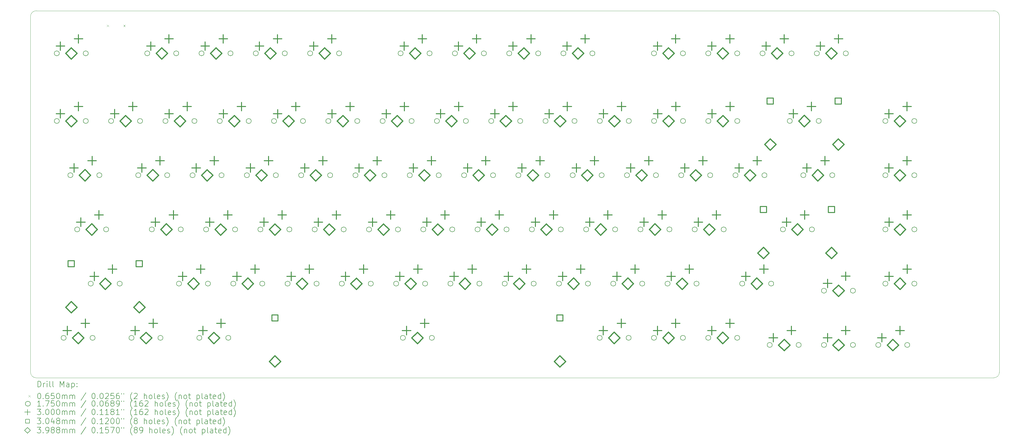
<source format=gbr>
%TF.GenerationSoftware,KiCad,Pcbnew,7.0.7*%
%TF.CreationDate,2023-10-13T15:10:30-04:00*%
%TF.ProjectId,Model A-1.0,4d6f6465-6c20-4412-9d31-2e302e6b6963,1.0*%
%TF.SameCoordinates,Original*%
%TF.FileFunction,Drillmap*%
%TF.FilePolarity,Positive*%
%FSLAX45Y45*%
G04 Gerber Fmt 4.5, Leading zero omitted, Abs format (unit mm)*
G04 Created by KiCad (PCBNEW 7.0.7) date 2023-10-13 15:10:30*
%MOMM*%
%LPD*%
G01*
G04 APERTURE LIST*
%ADD10C,0.100000*%
%ADD11C,0.200000*%
%ADD12C,0.065000*%
%ADD13C,0.175000*%
%ADD14C,0.300000*%
%ADD15C,0.304800*%
%ADD16C,0.398780*%
G04 APERTURE END LIST*
D10*
X3723500Y-16272500D02*
G75*
G03*
X3923500Y-16472500I200000J0D01*
G01*
X3923500Y-3572500D02*
G75*
G03*
X3723500Y-3772500I0J-200000D01*
G01*
X37523500Y-16472500D02*
G75*
G03*
X37723500Y-16272500I0J200000D01*
G01*
X3923500Y-3572500D02*
X37523500Y-3572500D01*
X3723500Y-16272500D02*
X3723500Y-3772500D01*
X37723500Y-3772500D02*
X37723500Y-16272500D01*
X37723500Y-3772500D02*
G75*
G03*
X37523500Y-3572500I-200000J0D01*
G01*
X37523500Y-16472500D02*
X3923500Y-16472500D01*
D11*
D12*
X6407000Y-4067500D02*
X6472000Y-4132500D01*
X6472000Y-4067500D02*
X6407000Y-4132500D01*
X6985000Y-4067500D02*
X7050000Y-4132500D01*
X7050000Y-4067500D02*
X6985000Y-4132500D01*
D13*
X4733500Y-5070000D02*
G75*
G03*
X4733500Y-5070000I-87500J0D01*
G01*
X4734000Y-7446500D02*
G75*
G03*
X4734000Y-7446500I-87500J0D01*
G01*
X4973000Y-15067500D02*
G75*
G03*
X4973000Y-15067500I-87500J0D01*
G01*
X5210000Y-9351000D02*
G75*
G03*
X5210000Y-9351000I-87500J0D01*
G01*
X5448000Y-11256000D02*
G75*
G03*
X5448000Y-11256000I-87500J0D01*
G01*
X5749500Y-5070000D02*
G75*
G03*
X5749500Y-5070000I-87500J0D01*
G01*
X5750000Y-7446500D02*
G75*
G03*
X5750000Y-7446500I-87500J0D01*
G01*
X5924800Y-13162000D02*
G75*
G03*
X5924800Y-13162000I-87500J0D01*
G01*
X5989000Y-15067500D02*
G75*
G03*
X5989000Y-15067500I-87500J0D01*
G01*
X6226000Y-9351000D02*
G75*
G03*
X6226000Y-9351000I-87500J0D01*
G01*
X6464000Y-11256000D02*
G75*
G03*
X6464000Y-11256000I-87500J0D01*
G01*
X6638500Y-7446500D02*
G75*
G03*
X6638500Y-7446500I-87500J0D01*
G01*
X6940800Y-13162000D02*
G75*
G03*
X6940800Y-13162000I-87500J0D01*
G01*
X7354500Y-15067000D02*
G75*
G03*
X7354500Y-15067000I-87500J0D01*
G01*
X7592000Y-9350500D02*
G75*
G03*
X7592000Y-9350500I-87500J0D01*
G01*
X7654500Y-7446500D02*
G75*
G03*
X7654500Y-7446500I-87500J0D01*
G01*
X7907500Y-5069500D02*
G75*
G03*
X7907500Y-5069500I-87500J0D01*
G01*
X8067500Y-11255500D02*
G75*
G03*
X8067500Y-11255500I-87500J0D01*
G01*
X8370500Y-15067000D02*
G75*
G03*
X8370500Y-15067000I-87500J0D01*
G01*
X8546500Y-7447500D02*
G75*
G03*
X8546500Y-7447500I-87500J0D01*
G01*
X8608000Y-9350500D02*
G75*
G03*
X8608000Y-9350500I-87500J0D01*
G01*
X8923500Y-5069500D02*
G75*
G03*
X8923500Y-5069500I-87500J0D01*
G01*
X9020500Y-13161000D02*
G75*
G03*
X9020500Y-13161000I-87500J0D01*
G01*
X9083500Y-11255500D02*
G75*
G03*
X9083500Y-11255500I-87500J0D01*
G01*
X9498000Y-9352500D02*
G75*
G03*
X9498000Y-9352500I-87500J0D01*
G01*
X9562500Y-7447500D02*
G75*
G03*
X9562500Y-7447500I-87500J0D01*
G01*
X9735500Y-15066500D02*
G75*
G03*
X9735500Y-15066500I-87500J0D01*
G01*
X9812500Y-5069000D02*
G75*
G03*
X9812500Y-5069000I-87500J0D01*
G01*
X9973500Y-11257500D02*
G75*
G03*
X9973500Y-11257500I-87500J0D01*
G01*
X10036500Y-13161000D02*
G75*
G03*
X10036500Y-13161000I-87500J0D01*
G01*
X10451500Y-7448500D02*
G75*
G03*
X10451500Y-7448500I-87500J0D01*
G01*
X10514000Y-9352500D02*
G75*
G03*
X10514000Y-9352500I-87500J0D01*
G01*
X10751500Y-15066500D02*
G75*
G03*
X10751500Y-15066500I-87500J0D01*
G01*
X10828500Y-5069000D02*
G75*
G03*
X10828500Y-5069000I-87500J0D01*
G01*
X10927000Y-13161000D02*
G75*
G03*
X10927000Y-13161000I-87500J0D01*
G01*
X10989500Y-11257500D02*
G75*
G03*
X10989500Y-11257500I-87500J0D01*
G01*
X11403500Y-9352500D02*
G75*
G03*
X11403500Y-9352500I-87500J0D01*
G01*
X11467500Y-7448500D02*
G75*
G03*
X11467500Y-7448500I-87500J0D01*
G01*
X11717500Y-5069000D02*
G75*
G03*
X11717500Y-5069000I-87500J0D01*
G01*
X11878500Y-11257500D02*
G75*
G03*
X11878500Y-11257500I-87500J0D01*
G01*
X11943000Y-13161000D02*
G75*
G03*
X11943000Y-13161000I-87500J0D01*
G01*
X12356000Y-7448000D02*
G75*
G03*
X12356000Y-7448000I-87500J0D01*
G01*
X12419500Y-9352500D02*
G75*
G03*
X12419500Y-9352500I-87500J0D01*
G01*
X12733500Y-5069000D02*
G75*
G03*
X12733500Y-5069000I-87500J0D01*
G01*
X12832000Y-13162500D02*
G75*
G03*
X12832000Y-13162500I-87500J0D01*
G01*
X12894500Y-11257500D02*
G75*
G03*
X12894500Y-11257500I-87500J0D01*
G01*
X13309000Y-9352500D02*
G75*
G03*
X13309000Y-9352500I-87500J0D01*
G01*
X13372000Y-7448000D02*
G75*
G03*
X13372000Y-7448000I-87500J0D01*
G01*
X13623000Y-5069500D02*
G75*
G03*
X13623000Y-5069500I-87500J0D01*
G01*
X13784000Y-11258000D02*
G75*
G03*
X13784000Y-11258000I-87500J0D01*
G01*
X13848000Y-13162500D02*
G75*
G03*
X13848000Y-13162500I-87500J0D01*
G01*
X14261500Y-7448000D02*
G75*
G03*
X14261500Y-7448000I-87500J0D01*
G01*
X14325000Y-9352500D02*
G75*
G03*
X14325000Y-9352500I-87500J0D01*
G01*
X14639000Y-5069500D02*
G75*
G03*
X14639000Y-5069500I-87500J0D01*
G01*
X14735500Y-13162500D02*
G75*
G03*
X14735500Y-13162500I-87500J0D01*
G01*
X14800000Y-11258000D02*
G75*
G03*
X14800000Y-11258000I-87500J0D01*
G01*
X15214000Y-9353000D02*
G75*
G03*
X15214000Y-9353000I-87500J0D01*
G01*
X15277500Y-7448000D02*
G75*
G03*
X15277500Y-7448000I-87500J0D01*
G01*
X15689500Y-11258500D02*
G75*
G03*
X15689500Y-11258500I-87500J0D01*
G01*
X15751500Y-13162500D02*
G75*
G03*
X15751500Y-13162500I-87500J0D01*
G01*
X16167000Y-7448000D02*
G75*
G03*
X16167000Y-7448000I-87500J0D01*
G01*
X16230000Y-9353000D02*
G75*
G03*
X16230000Y-9353000I-87500J0D01*
G01*
X16641000Y-13161500D02*
G75*
G03*
X16641000Y-13161500I-87500J0D01*
G01*
X16705500Y-11258500D02*
G75*
G03*
X16705500Y-11258500I-87500J0D01*
G01*
X16798000Y-5069500D02*
G75*
G03*
X16798000Y-5069500I-87500J0D01*
G01*
X16877990Y-15066500D02*
G75*
G03*
X16877990Y-15066500I-87500J0D01*
G01*
X17120000Y-9352500D02*
G75*
G03*
X17120000Y-9352500I-87500J0D01*
G01*
X17183000Y-7448000D02*
G75*
G03*
X17183000Y-7448000I-87500J0D01*
G01*
X17594000Y-11256500D02*
G75*
G03*
X17594000Y-11256500I-87500J0D01*
G01*
X17657000Y-13161500D02*
G75*
G03*
X17657000Y-13161500I-87500J0D01*
G01*
X17814000Y-5069500D02*
G75*
G03*
X17814000Y-5069500I-87500J0D01*
G01*
X17893990Y-15066500D02*
G75*
G03*
X17893990Y-15066500I-87500J0D01*
G01*
X18072000Y-7447000D02*
G75*
G03*
X18072000Y-7447000I-87500J0D01*
G01*
X18136000Y-9352500D02*
G75*
G03*
X18136000Y-9352500I-87500J0D01*
G01*
X18546000Y-13161000D02*
G75*
G03*
X18546000Y-13161000I-87500J0D01*
G01*
X18610000Y-11256500D02*
G75*
G03*
X18610000Y-11256500I-87500J0D01*
G01*
X18704000Y-5070000D02*
G75*
G03*
X18704000Y-5070000I-87500J0D01*
G01*
X19025500Y-9352000D02*
G75*
G03*
X19025500Y-9352000I-87500J0D01*
G01*
X19088000Y-7447000D02*
G75*
G03*
X19088000Y-7447000I-87500J0D01*
G01*
X19499000Y-11256500D02*
G75*
G03*
X19499000Y-11256500I-87500J0D01*
G01*
X19562000Y-13161000D02*
G75*
G03*
X19562000Y-13161000I-87500J0D01*
G01*
X19720000Y-5070000D02*
G75*
G03*
X19720000Y-5070000I-87500J0D01*
G01*
X19978500Y-7447000D02*
G75*
G03*
X19978500Y-7447000I-87500J0D01*
G01*
X20041500Y-9352000D02*
G75*
G03*
X20041500Y-9352000I-87500J0D01*
G01*
X20451000Y-13161500D02*
G75*
G03*
X20451000Y-13161500I-87500J0D01*
G01*
X20515000Y-11256500D02*
G75*
G03*
X20515000Y-11256500I-87500J0D01*
G01*
X20609500Y-5070000D02*
G75*
G03*
X20609500Y-5070000I-87500J0D01*
G01*
X20930500Y-9351500D02*
G75*
G03*
X20930500Y-9351500I-87500J0D01*
G01*
X20994500Y-7447000D02*
G75*
G03*
X20994500Y-7447000I-87500J0D01*
G01*
X21404500Y-11256500D02*
G75*
G03*
X21404500Y-11256500I-87500J0D01*
G01*
X21467000Y-13161500D02*
G75*
G03*
X21467000Y-13161500I-87500J0D01*
G01*
X21625500Y-5070000D02*
G75*
G03*
X21625500Y-5070000I-87500J0D01*
G01*
X21883500Y-7446500D02*
G75*
G03*
X21883500Y-7446500I-87500J0D01*
G01*
X21946500Y-9351500D02*
G75*
G03*
X21946500Y-9351500I-87500J0D01*
G01*
X22355000Y-13161000D02*
G75*
G03*
X22355000Y-13161000I-87500J0D01*
G01*
X22420500Y-11256500D02*
G75*
G03*
X22420500Y-11256500I-87500J0D01*
G01*
X22511500Y-5070000D02*
G75*
G03*
X22511500Y-5070000I-87500J0D01*
G01*
X22836500Y-9351500D02*
G75*
G03*
X22836500Y-9351500I-87500J0D01*
G01*
X22899500Y-7446500D02*
G75*
G03*
X22899500Y-7446500I-87500J0D01*
G01*
X23309000Y-11256000D02*
G75*
G03*
X23309000Y-11256000I-87500J0D01*
G01*
X23371000Y-13161000D02*
G75*
G03*
X23371000Y-13161000I-87500J0D01*
G01*
X23527500Y-5070000D02*
G75*
G03*
X23527500Y-5070000I-87500J0D01*
G01*
X23783500Y-15066000D02*
G75*
G03*
X23783500Y-15066000I-87500J0D01*
G01*
X23788500Y-7446500D02*
G75*
G03*
X23788500Y-7446500I-87500J0D01*
G01*
X23852500Y-9351500D02*
G75*
G03*
X23852500Y-9351500I-87500J0D01*
G01*
X24259500Y-13161000D02*
G75*
G03*
X24259500Y-13161000I-87500J0D01*
G01*
X24325000Y-11256000D02*
G75*
G03*
X24325000Y-11256000I-87500J0D01*
G01*
X24741500Y-9351500D02*
G75*
G03*
X24741500Y-9351500I-87500J0D01*
G01*
X24799500Y-15066000D02*
G75*
G03*
X24799500Y-15066000I-87500J0D01*
G01*
X24804500Y-7446500D02*
G75*
G03*
X24804500Y-7446500I-87500J0D01*
G01*
X25214000Y-11255500D02*
G75*
G03*
X25214000Y-11255500I-87500J0D01*
G01*
X25275500Y-13161000D02*
G75*
G03*
X25275500Y-13161000I-87500J0D01*
G01*
X25688500Y-5070000D02*
G75*
G03*
X25688500Y-5070000I-87500J0D01*
G01*
X25688500Y-15066000D02*
G75*
G03*
X25688500Y-15066000I-87500J0D01*
G01*
X25692000Y-7446500D02*
G75*
G03*
X25692000Y-7446500I-87500J0D01*
G01*
X25757500Y-9351500D02*
G75*
G03*
X25757500Y-9351500I-87500J0D01*
G01*
X26165000Y-13161500D02*
G75*
G03*
X26165000Y-13161500I-87500J0D01*
G01*
X26230000Y-11255500D02*
G75*
G03*
X26230000Y-11255500I-87500J0D01*
G01*
X26645000Y-9351500D02*
G75*
G03*
X26645000Y-9351500I-87500J0D01*
G01*
X26704500Y-5070000D02*
G75*
G03*
X26704500Y-5070000I-87500J0D01*
G01*
X26704500Y-15066000D02*
G75*
G03*
X26704500Y-15066000I-87500J0D01*
G01*
X26708000Y-7446500D02*
G75*
G03*
X26708000Y-7446500I-87500J0D01*
G01*
X27118500Y-11256500D02*
G75*
G03*
X27118500Y-11256500I-87500J0D01*
G01*
X27181000Y-13161500D02*
G75*
G03*
X27181000Y-13161500I-87500J0D01*
G01*
X27593500Y-5070000D02*
G75*
G03*
X27593500Y-5070000I-87500J0D01*
G01*
X27593500Y-15066000D02*
G75*
G03*
X27593500Y-15066000I-87500J0D01*
G01*
X27596000Y-7446500D02*
G75*
G03*
X27596000Y-7446500I-87500J0D01*
G01*
X27661000Y-9351500D02*
G75*
G03*
X27661000Y-9351500I-87500J0D01*
G01*
X28134500Y-11256500D02*
G75*
G03*
X28134500Y-11256500I-87500J0D01*
G01*
X28549000Y-9351500D02*
G75*
G03*
X28549000Y-9351500I-87500J0D01*
G01*
X28609500Y-5070000D02*
G75*
G03*
X28609500Y-5070000I-87500J0D01*
G01*
X28609500Y-15066000D02*
G75*
G03*
X28609500Y-15066000I-87500J0D01*
G01*
X28612000Y-7446500D02*
G75*
G03*
X28612000Y-7446500I-87500J0D01*
G01*
X28785000Y-13161000D02*
G75*
G03*
X28785000Y-13161000I-87500J0D01*
G01*
X29498500Y-5070500D02*
G75*
G03*
X29498500Y-5070500I-87500J0D01*
G01*
X29565000Y-9351500D02*
G75*
G03*
X29565000Y-9351500I-87500J0D01*
G01*
X29749500Y-15316000D02*
G75*
G03*
X29749500Y-15316000I-87500J0D01*
G01*
X29801000Y-13161000D02*
G75*
G03*
X29801000Y-13161000I-87500J0D01*
G01*
X30214300Y-11256000D02*
G75*
G03*
X30214300Y-11256000I-87500J0D01*
G01*
X30453200Y-7445500D02*
G75*
G03*
X30453200Y-7445500I-87500J0D01*
G01*
X30514500Y-5070500D02*
G75*
G03*
X30514500Y-5070500I-87500J0D01*
G01*
X30765500Y-15316000D02*
G75*
G03*
X30765500Y-15316000I-87500J0D01*
G01*
X30929500Y-9351000D02*
G75*
G03*
X30929500Y-9351000I-87500J0D01*
G01*
X31230300Y-11256000D02*
G75*
G03*
X31230300Y-11256000I-87500J0D01*
G01*
X31404000Y-5070500D02*
G75*
G03*
X31404000Y-5070500I-87500J0D01*
G01*
X31469200Y-7445500D02*
G75*
G03*
X31469200Y-7445500I-87500J0D01*
G01*
X31653700Y-13410500D02*
G75*
G03*
X31653700Y-13410500I-87500J0D01*
G01*
X31654200Y-15316000D02*
G75*
G03*
X31654200Y-15316000I-87500J0D01*
G01*
X31945500Y-9351000D02*
G75*
G03*
X31945500Y-9351000I-87500J0D01*
G01*
X32420000Y-5070500D02*
G75*
G03*
X32420000Y-5070500I-87500J0D01*
G01*
X32669700Y-13410500D02*
G75*
G03*
X32669700Y-13410500I-87500J0D01*
G01*
X32670200Y-15316000D02*
G75*
G03*
X32670200Y-15316000I-87500J0D01*
G01*
X33559700Y-15316000D02*
G75*
G03*
X33559700Y-15316000I-87500J0D01*
G01*
X33808500Y-7446500D02*
G75*
G03*
X33808500Y-7446500I-87500J0D01*
G01*
X33808500Y-9351500D02*
G75*
G03*
X33808500Y-9351500I-87500J0D01*
G01*
X33809000Y-11256500D02*
G75*
G03*
X33809000Y-11256500I-87500J0D01*
G01*
X33809000Y-13161000D02*
G75*
G03*
X33809000Y-13161000I-87500J0D01*
G01*
X34575700Y-15316000D02*
G75*
G03*
X34575700Y-15316000I-87500J0D01*
G01*
X34824500Y-7446500D02*
G75*
G03*
X34824500Y-7446500I-87500J0D01*
G01*
X34824500Y-9351500D02*
G75*
G03*
X34824500Y-9351500I-87500J0D01*
G01*
X34825000Y-11256500D02*
G75*
G03*
X34825000Y-11256500I-87500J0D01*
G01*
X34825000Y-13161000D02*
G75*
G03*
X34825000Y-13161000I-87500J0D01*
G01*
D14*
X4773000Y-4666000D02*
X4773000Y-4966000D01*
X4623000Y-4816000D02*
X4923000Y-4816000D01*
X4773500Y-7042500D02*
X4773500Y-7342500D01*
X4623500Y-7192500D02*
X4923500Y-7192500D01*
X5012500Y-14663500D02*
X5012500Y-14963500D01*
X4862500Y-14813500D02*
X5162500Y-14813500D01*
X5249500Y-8947000D02*
X5249500Y-9247000D01*
X5099500Y-9097000D02*
X5399500Y-9097000D01*
X5408000Y-4412000D02*
X5408000Y-4712000D01*
X5258000Y-4562000D02*
X5558000Y-4562000D01*
X5408500Y-6788500D02*
X5408500Y-7088500D01*
X5258500Y-6938500D02*
X5558500Y-6938500D01*
X5487500Y-10852000D02*
X5487500Y-11152000D01*
X5337500Y-11002000D02*
X5637500Y-11002000D01*
X5647500Y-14409500D02*
X5647500Y-14709500D01*
X5497500Y-14559500D02*
X5797500Y-14559500D01*
X5884500Y-8693000D02*
X5884500Y-8993000D01*
X5734500Y-8843000D02*
X6034500Y-8843000D01*
X5964300Y-12758000D02*
X5964300Y-13058000D01*
X5814300Y-12908000D02*
X6114300Y-12908000D01*
X6122500Y-10598000D02*
X6122500Y-10898000D01*
X5972500Y-10748000D02*
X6272500Y-10748000D01*
X6599300Y-12504000D02*
X6599300Y-12804000D01*
X6449300Y-12654000D02*
X6749300Y-12654000D01*
X6678000Y-7042500D02*
X6678000Y-7342500D01*
X6528000Y-7192500D02*
X6828000Y-7192500D01*
X7313000Y-6788500D02*
X7313000Y-7088500D01*
X7163000Y-6938500D02*
X7463000Y-6938500D01*
X7394000Y-14663000D02*
X7394000Y-14963000D01*
X7244000Y-14813000D02*
X7544000Y-14813000D01*
X7631500Y-8946500D02*
X7631500Y-9246500D01*
X7481500Y-9096500D02*
X7781500Y-9096500D01*
X7947000Y-4665500D02*
X7947000Y-4965500D01*
X7797000Y-4815500D02*
X8097000Y-4815500D01*
X8029000Y-14409000D02*
X8029000Y-14709000D01*
X7879000Y-14559000D02*
X8179000Y-14559000D01*
X8107000Y-10851500D02*
X8107000Y-11151500D01*
X7957000Y-11001500D02*
X8257000Y-11001500D01*
X8266500Y-8692500D02*
X8266500Y-8992500D01*
X8116500Y-8842500D02*
X8416500Y-8842500D01*
X8582000Y-4411500D02*
X8582000Y-4711500D01*
X8432000Y-4561500D02*
X8732000Y-4561500D01*
X8586000Y-7043500D02*
X8586000Y-7343500D01*
X8436000Y-7193500D02*
X8736000Y-7193500D01*
X8742000Y-10597500D02*
X8742000Y-10897500D01*
X8592000Y-10747500D02*
X8892000Y-10747500D01*
X9060000Y-12757000D02*
X9060000Y-13057000D01*
X8910000Y-12907000D02*
X9210000Y-12907000D01*
X9221000Y-6789500D02*
X9221000Y-7089500D01*
X9071000Y-6939500D02*
X9371000Y-6939500D01*
X9537500Y-8948500D02*
X9537500Y-9248500D01*
X9387500Y-9098500D02*
X9687500Y-9098500D01*
X9695000Y-12503000D02*
X9695000Y-12803000D01*
X9545000Y-12653000D02*
X9845000Y-12653000D01*
X9775000Y-14662500D02*
X9775000Y-14962500D01*
X9625000Y-14812500D02*
X9925000Y-14812500D01*
X9852000Y-4665000D02*
X9852000Y-4965000D01*
X9702000Y-4815000D02*
X10002000Y-4815000D01*
X10013000Y-10853500D02*
X10013000Y-11153500D01*
X9863000Y-11003500D02*
X10163000Y-11003500D01*
X10172500Y-8694500D02*
X10172500Y-8994500D01*
X10022500Y-8844500D02*
X10322500Y-8844500D01*
X10410000Y-14408500D02*
X10410000Y-14708500D01*
X10260000Y-14558500D02*
X10560000Y-14558500D01*
X10487000Y-4411000D02*
X10487000Y-4711000D01*
X10337000Y-4561000D02*
X10637000Y-4561000D01*
X10491000Y-7044500D02*
X10491000Y-7344500D01*
X10341000Y-7194500D02*
X10641000Y-7194500D01*
X10648000Y-10599500D02*
X10648000Y-10899500D01*
X10498000Y-10749500D02*
X10798000Y-10749500D01*
X10966500Y-12757000D02*
X10966500Y-13057000D01*
X10816500Y-12907000D02*
X11116500Y-12907000D01*
X11126000Y-6790500D02*
X11126000Y-7090500D01*
X10976000Y-6940500D02*
X11276000Y-6940500D01*
X11443000Y-8948500D02*
X11443000Y-9248500D01*
X11293000Y-9098500D02*
X11593000Y-9098500D01*
X11601500Y-12503000D02*
X11601500Y-12803000D01*
X11451500Y-12653000D02*
X11751500Y-12653000D01*
X11757000Y-4665000D02*
X11757000Y-4965000D01*
X11607000Y-4815000D02*
X11907000Y-4815000D01*
X11918000Y-10853500D02*
X11918000Y-11153500D01*
X11768000Y-11003500D02*
X12068000Y-11003500D01*
X12078000Y-8694500D02*
X12078000Y-8994500D01*
X11928000Y-8844500D02*
X12228000Y-8844500D01*
X12392000Y-4411000D02*
X12392000Y-4711000D01*
X12242000Y-4561000D02*
X12542000Y-4561000D01*
X12395500Y-7044000D02*
X12395500Y-7344000D01*
X12245500Y-7194000D02*
X12545500Y-7194000D01*
X12553000Y-10599500D02*
X12553000Y-10899500D01*
X12403000Y-10749500D02*
X12703000Y-10749500D01*
X12871500Y-12758500D02*
X12871500Y-13058500D01*
X12721500Y-12908500D02*
X13021500Y-12908500D01*
X13030500Y-6790000D02*
X13030500Y-7090000D01*
X12880500Y-6940000D02*
X13180500Y-6940000D01*
X13348500Y-8948500D02*
X13348500Y-9248500D01*
X13198500Y-9098500D02*
X13498500Y-9098500D01*
X13506500Y-12504500D02*
X13506500Y-12804500D01*
X13356500Y-12654500D02*
X13656500Y-12654500D01*
X13662500Y-4665500D02*
X13662500Y-4965500D01*
X13512500Y-4815500D02*
X13812500Y-4815500D01*
X13823500Y-10854000D02*
X13823500Y-11154000D01*
X13673500Y-11004000D02*
X13973500Y-11004000D01*
X13983500Y-8694500D02*
X13983500Y-8994500D01*
X13833500Y-8844500D02*
X14133500Y-8844500D01*
X14297500Y-4411500D02*
X14297500Y-4711500D01*
X14147500Y-4561500D02*
X14447500Y-4561500D01*
X14301000Y-7044000D02*
X14301000Y-7344000D01*
X14151000Y-7194000D02*
X14451000Y-7194000D01*
X14458500Y-10600000D02*
X14458500Y-10900000D01*
X14308500Y-10750000D02*
X14608500Y-10750000D01*
X14775000Y-12758500D02*
X14775000Y-13058500D01*
X14625000Y-12908500D02*
X14925000Y-12908500D01*
X14936000Y-6790000D02*
X14936000Y-7090000D01*
X14786000Y-6940000D02*
X15086000Y-6940000D01*
X15253500Y-8949000D02*
X15253500Y-9249000D01*
X15103500Y-9099000D02*
X15403500Y-9099000D01*
X15410000Y-12504500D02*
X15410000Y-12804500D01*
X15260000Y-12654500D02*
X15560000Y-12654500D01*
X15729000Y-10854500D02*
X15729000Y-11154500D01*
X15579000Y-11004500D02*
X15879000Y-11004500D01*
X15888500Y-8695000D02*
X15888500Y-8995000D01*
X15738500Y-8845000D02*
X16038500Y-8845000D01*
X16206500Y-7044000D02*
X16206500Y-7344000D01*
X16056500Y-7194000D02*
X16356500Y-7194000D01*
X16364000Y-10600500D02*
X16364000Y-10900500D01*
X16214000Y-10750500D02*
X16514000Y-10750500D01*
X16680500Y-12757500D02*
X16680500Y-13057500D01*
X16530500Y-12907500D02*
X16830500Y-12907500D01*
X16837500Y-4665500D02*
X16837500Y-4965500D01*
X16687500Y-4815500D02*
X16987500Y-4815500D01*
X16841500Y-6790000D02*
X16841500Y-7090000D01*
X16691500Y-6940000D02*
X16991500Y-6940000D01*
X16917490Y-14662500D02*
X16917490Y-14962500D01*
X16767490Y-14812500D02*
X17067490Y-14812500D01*
X17159500Y-8948500D02*
X17159500Y-9248500D01*
X17009500Y-9098500D02*
X17309500Y-9098500D01*
X17315500Y-12503500D02*
X17315500Y-12803500D01*
X17165500Y-12653500D02*
X17465500Y-12653500D01*
X17472500Y-4411500D02*
X17472500Y-4711500D01*
X17322500Y-4561500D02*
X17622500Y-4561500D01*
X17552490Y-14408500D02*
X17552490Y-14708500D01*
X17402490Y-14558500D02*
X17702490Y-14558500D01*
X17633500Y-10852500D02*
X17633500Y-11152500D01*
X17483500Y-11002500D02*
X17783500Y-11002500D01*
X17794500Y-8694500D02*
X17794500Y-8994500D01*
X17644500Y-8844500D02*
X17944500Y-8844500D01*
X18111500Y-7043000D02*
X18111500Y-7343000D01*
X17961500Y-7193000D02*
X18261500Y-7193000D01*
X18268500Y-10598500D02*
X18268500Y-10898500D01*
X18118500Y-10748500D02*
X18418500Y-10748500D01*
X18585500Y-12757000D02*
X18585500Y-13057000D01*
X18435500Y-12907000D02*
X18735500Y-12907000D01*
X18743500Y-4666000D02*
X18743500Y-4966000D01*
X18593500Y-4816000D02*
X18893500Y-4816000D01*
X18746500Y-6789000D02*
X18746500Y-7089000D01*
X18596500Y-6939000D02*
X18896500Y-6939000D01*
X19065000Y-8948000D02*
X19065000Y-9248000D01*
X18915000Y-9098000D02*
X19215000Y-9098000D01*
X19220500Y-12503000D02*
X19220500Y-12803000D01*
X19070500Y-12653000D02*
X19370500Y-12653000D01*
X19378500Y-4412000D02*
X19378500Y-4712000D01*
X19228500Y-4562000D02*
X19528500Y-4562000D01*
X19538500Y-10852500D02*
X19538500Y-11152500D01*
X19388500Y-11002500D02*
X19688500Y-11002500D01*
X19700000Y-8694000D02*
X19700000Y-8994000D01*
X19550000Y-8844000D02*
X19850000Y-8844000D01*
X20018000Y-7043000D02*
X20018000Y-7343000D01*
X19868000Y-7193000D02*
X20168000Y-7193000D01*
X20173500Y-10598500D02*
X20173500Y-10898500D01*
X20023500Y-10748500D02*
X20323500Y-10748500D01*
X20490500Y-12757500D02*
X20490500Y-13057500D01*
X20340500Y-12907500D02*
X20640500Y-12907500D01*
X20649000Y-4666000D02*
X20649000Y-4966000D01*
X20499000Y-4816000D02*
X20799000Y-4816000D01*
X20653000Y-6789000D02*
X20653000Y-7089000D01*
X20503000Y-6939000D02*
X20803000Y-6939000D01*
X20970000Y-8947500D02*
X20970000Y-9247500D01*
X20820000Y-9097500D02*
X21120000Y-9097500D01*
X21125500Y-12503500D02*
X21125500Y-12803500D01*
X20975500Y-12653500D02*
X21275500Y-12653500D01*
X21284000Y-4412000D02*
X21284000Y-4712000D01*
X21134000Y-4562000D02*
X21434000Y-4562000D01*
X21444000Y-10852500D02*
X21444000Y-11152500D01*
X21294000Y-11002500D02*
X21594000Y-11002500D01*
X21605000Y-8693500D02*
X21605000Y-8993500D01*
X21455000Y-8843500D02*
X21755000Y-8843500D01*
X21923000Y-7042500D02*
X21923000Y-7342500D01*
X21773000Y-7192500D02*
X22073000Y-7192500D01*
X22079000Y-10598500D02*
X22079000Y-10898500D01*
X21929000Y-10748500D02*
X22229000Y-10748500D01*
X22394500Y-12757000D02*
X22394500Y-13057000D01*
X22244500Y-12907000D02*
X22544500Y-12907000D01*
X22551000Y-4666000D02*
X22551000Y-4966000D01*
X22401000Y-4816000D02*
X22701000Y-4816000D01*
X22558000Y-6788500D02*
X22558000Y-7088500D01*
X22408000Y-6938500D02*
X22708000Y-6938500D01*
X22876000Y-8947500D02*
X22876000Y-9247500D01*
X22726000Y-9097500D02*
X23026000Y-9097500D01*
X23029500Y-12503000D02*
X23029500Y-12803000D01*
X22879500Y-12653000D02*
X23179500Y-12653000D01*
X23186000Y-4412000D02*
X23186000Y-4712000D01*
X23036000Y-4562000D02*
X23336000Y-4562000D01*
X23348500Y-10852000D02*
X23348500Y-11152000D01*
X23198500Y-11002000D02*
X23498500Y-11002000D01*
X23511000Y-8693500D02*
X23511000Y-8993500D01*
X23361000Y-8843500D02*
X23661000Y-8843500D01*
X23823000Y-14662000D02*
X23823000Y-14962000D01*
X23673000Y-14812000D02*
X23973000Y-14812000D01*
X23828000Y-7042500D02*
X23828000Y-7342500D01*
X23678000Y-7192500D02*
X23978000Y-7192500D01*
X23983500Y-10598000D02*
X23983500Y-10898000D01*
X23833500Y-10748000D02*
X24133500Y-10748000D01*
X24299000Y-12757000D02*
X24299000Y-13057000D01*
X24149000Y-12907000D02*
X24449000Y-12907000D01*
X24458000Y-14408000D02*
X24458000Y-14708000D01*
X24308000Y-14558000D02*
X24608000Y-14558000D01*
X24463000Y-6788500D02*
X24463000Y-7088500D01*
X24313000Y-6938500D02*
X24613000Y-6938500D01*
X24781000Y-8947500D02*
X24781000Y-9247500D01*
X24631000Y-9097500D02*
X24931000Y-9097500D01*
X24934000Y-12503000D02*
X24934000Y-12803000D01*
X24784000Y-12653000D02*
X25084000Y-12653000D01*
X25253500Y-10851500D02*
X25253500Y-11151500D01*
X25103500Y-11001500D02*
X25403500Y-11001500D01*
X25416000Y-8693500D02*
X25416000Y-8993500D01*
X25266000Y-8843500D02*
X25566000Y-8843500D01*
X25728000Y-4666000D02*
X25728000Y-4966000D01*
X25578000Y-4816000D02*
X25878000Y-4816000D01*
X25728000Y-14662000D02*
X25728000Y-14962000D01*
X25578000Y-14812000D02*
X25878000Y-14812000D01*
X25731500Y-7042500D02*
X25731500Y-7342500D01*
X25581500Y-7192500D02*
X25881500Y-7192500D01*
X25888500Y-10597500D02*
X25888500Y-10897500D01*
X25738500Y-10747500D02*
X26038500Y-10747500D01*
X26204500Y-12757500D02*
X26204500Y-13057500D01*
X26054500Y-12907500D02*
X26354500Y-12907500D01*
X26363000Y-4412000D02*
X26363000Y-4712000D01*
X26213000Y-4562000D02*
X26513000Y-4562000D01*
X26363000Y-14408000D02*
X26363000Y-14708000D01*
X26213000Y-14558000D02*
X26513000Y-14558000D01*
X26366500Y-6788500D02*
X26366500Y-7088500D01*
X26216500Y-6938500D02*
X26516500Y-6938500D01*
X26684500Y-8947500D02*
X26684500Y-9247500D01*
X26534500Y-9097500D02*
X26834500Y-9097500D01*
X26839500Y-12503500D02*
X26839500Y-12803500D01*
X26689500Y-12653500D02*
X26989500Y-12653500D01*
X27158000Y-10852500D02*
X27158000Y-11152500D01*
X27008000Y-11002500D02*
X27308000Y-11002500D01*
X27319500Y-8693500D02*
X27319500Y-8993500D01*
X27169500Y-8843500D02*
X27469500Y-8843500D01*
X27633000Y-4666000D02*
X27633000Y-4966000D01*
X27483000Y-4816000D02*
X27783000Y-4816000D01*
X27633000Y-14662000D02*
X27633000Y-14962000D01*
X27483000Y-14812000D02*
X27783000Y-14812000D01*
X27635500Y-7042500D02*
X27635500Y-7342500D01*
X27485500Y-7192500D02*
X27785500Y-7192500D01*
X27793000Y-10598500D02*
X27793000Y-10898500D01*
X27643000Y-10748500D02*
X27943000Y-10748500D01*
X28268000Y-4412000D02*
X28268000Y-4712000D01*
X28118000Y-4562000D02*
X28418000Y-4562000D01*
X28268000Y-14408000D02*
X28268000Y-14708000D01*
X28118000Y-14558000D02*
X28418000Y-14558000D01*
X28270500Y-6788500D02*
X28270500Y-7088500D01*
X28120500Y-6938500D02*
X28420500Y-6938500D01*
X28588500Y-8947500D02*
X28588500Y-9247500D01*
X28438500Y-9097500D02*
X28738500Y-9097500D01*
X28824500Y-12757000D02*
X28824500Y-13057000D01*
X28674500Y-12907000D02*
X28974500Y-12907000D01*
X29223500Y-8693500D02*
X29223500Y-8993500D01*
X29073500Y-8843500D02*
X29373500Y-8843500D01*
X29459500Y-12503000D02*
X29459500Y-12803000D01*
X29309500Y-12653000D02*
X29609500Y-12653000D01*
X29538000Y-4666500D02*
X29538000Y-4966500D01*
X29388000Y-4816500D02*
X29688000Y-4816500D01*
X29789000Y-14912000D02*
X29789000Y-15212000D01*
X29639000Y-15062000D02*
X29939000Y-15062000D01*
X30173000Y-4412500D02*
X30173000Y-4712500D01*
X30023000Y-4562500D02*
X30323000Y-4562500D01*
X30253800Y-10852000D02*
X30253800Y-11152000D01*
X30103800Y-11002000D02*
X30403800Y-11002000D01*
X30424000Y-14658000D02*
X30424000Y-14958000D01*
X30274000Y-14808000D02*
X30574000Y-14808000D01*
X30492700Y-7041500D02*
X30492700Y-7341500D01*
X30342700Y-7191500D02*
X30642700Y-7191500D01*
X30888800Y-10598000D02*
X30888800Y-10898000D01*
X30738800Y-10748000D02*
X31038800Y-10748000D01*
X30969000Y-8947000D02*
X30969000Y-9247000D01*
X30819000Y-9097000D02*
X31119000Y-9097000D01*
X31127700Y-6787500D02*
X31127700Y-7087500D01*
X30977700Y-6937500D02*
X31277700Y-6937500D01*
X31443500Y-4666500D02*
X31443500Y-4966500D01*
X31293500Y-4816500D02*
X31593500Y-4816500D01*
X31604000Y-8693000D02*
X31604000Y-8993000D01*
X31454000Y-8843000D02*
X31754000Y-8843000D01*
X31693200Y-13006500D02*
X31693200Y-13306500D01*
X31543200Y-13156500D02*
X31843200Y-13156500D01*
X31693700Y-14912000D02*
X31693700Y-15212000D01*
X31543700Y-15062000D02*
X31843700Y-15062000D01*
X32078500Y-4412500D02*
X32078500Y-4712500D01*
X31928500Y-4562500D02*
X32228500Y-4562500D01*
X32328200Y-12752500D02*
X32328200Y-13052500D01*
X32178200Y-12902500D02*
X32478200Y-12902500D01*
X32328700Y-14658000D02*
X32328700Y-14958000D01*
X32178700Y-14808000D02*
X32478700Y-14808000D01*
X33599200Y-14912000D02*
X33599200Y-15212000D01*
X33449200Y-15062000D02*
X33749200Y-15062000D01*
X33848000Y-7042500D02*
X33848000Y-7342500D01*
X33698000Y-7192500D02*
X33998000Y-7192500D01*
X33848000Y-8947500D02*
X33848000Y-9247500D01*
X33698000Y-9097500D02*
X33998000Y-9097500D01*
X33848500Y-10852500D02*
X33848500Y-11152500D01*
X33698500Y-11002500D02*
X33998500Y-11002500D01*
X33848500Y-12757000D02*
X33848500Y-13057000D01*
X33698500Y-12907000D02*
X33998500Y-12907000D01*
X34234200Y-14658000D02*
X34234200Y-14958000D01*
X34084200Y-14808000D02*
X34384200Y-14808000D01*
X34483000Y-6788500D02*
X34483000Y-7088500D01*
X34333000Y-6938500D02*
X34633000Y-6938500D01*
X34483000Y-8693500D02*
X34483000Y-8993500D01*
X34333000Y-8843500D02*
X34633000Y-8843500D01*
X34483500Y-10598500D02*
X34483500Y-10898500D01*
X34333500Y-10748500D02*
X34633500Y-10748500D01*
X34483500Y-12503000D02*
X34483500Y-12803000D01*
X34333500Y-12653000D02*
X34633500Y-12653000D01*
D15*
X5259264Y-12571264D02*
X5259264Y-12355736D01*
X5043736Y-12355736D01*
X5043736Y-12571264D01*
X5259264Y-12571264D01*
X7646864Y-12571264D02*
X7646864Y-12355736D01*
X7431336Y-12355736D01*
X7431336Y-12571264D01*
X7646864Y-12571264D01*
X12406264Y-14475764D02*
X12406264Y-14260236D01*
X12190736Y-14260236D01*
X12190736Y-14475764D01*
X12406264Y-14475764D01*
X22406244Y-14475764D02*
X22406244Y-14260236D01*
X22190716Y-14260236D01*
X22190716Y-14475764D01*
X22406244Y-14475764D01*
X29548764Y-10665264D02*
X29548764Y-10449736D01*
X29333236Y-10449736D01*
X29333236Y-10665264D01*
X29548764Y-10665264D01*
X29787664Y-6854764D02*
X29787664Y-6639236D01*
X29572136Y-6639236D01*
X29572136Y-6854764D01*
X29787664Y-6854764D01*
X31936364Y-10665264D02*
X31936364Y-10449736D01*
X31720836Y-10449736D01*
X31720836Y-10665264D01*
X31936364Y-10665264D01*
X32175264Y-6854764D02*
X32175264Y-6639236D01*
X31959736Y-6639236D01*
X31959736Y-6854764D01*
X32175264Y-6854764D01*
D16*
X5151500Y-14186890D02*
X5350890Y-13987500D01*
X5151500Y-13788110D01*
X4952110Y-13987500D01*
X5151500Y-14186890D01*
X5154000Y-5269390D02*
X5353390Y-5070000D01*
X5154000Y-4870610D01*
X4954610Y-5070000D01*
X5154000Y-5269390D01*
X5154500Y-7645890D02*
X5353890Y-7446500D01*
X5154500Y-7247110D01*
X4955110Y-7446500D01*
X5154500Y-7645890D01*
X5393500Y-15266890D02*
X5592890Y-15067500D01*
X5393500Y-14868110D01*
X5194110Y-15067500D01*
X5393500Y-15266890D01*
X5630500Y-9550390D02*
X5829890Y-9351000D01*
X5630500Y-9151610D01*
X5431110Y-9351000D01*
X5630500Y-9550390D01*
X5868500Y-11455390D02*
X6067890Y-11256000D01*
X5868500Y-11056610D01*
X5669110Y-11256000D01*
X5868500Y-11455390D01*
X6345300Y-13361390D02*
X6544690Y-13162000D01*
X6345300Y-12962610D01*
X6145910Y-13162000D01*
X6345300Y-13361390D01*
X7059000Y-7645890D02*
X7258390Y-7446500D01*
X7059000Y-7247110D01*
X6859610Y-7446500D01*
X7059000Y-7645890D01*
X7539100Y-14186890D02*
X7738490Y-13987500D01*
X7539100Y-13788110D01*
X7339710Y-13987500D01*
X7539100Y-14186890D01*
X7775000Y-15266390D02*
X7974390Y-15067000D01*
X7775000Y-14867610D01*
X7575610Y-15067000D01*
X7775000Y-15266390D01*
X8012500Y-9549890D02*
X8211890Y-9350500D01*
X8012500Y-9151110D01*
X7813110Y-9350500D01*
X8012500Y-9549890D01*
X8328000Y-5268890D02*
X8527390Y-5069500D01*
X8328000Y-4870110D01*
X8128610Y-5069500D01*
X8328000Y-5268890D01*
X8488000Y-11454890D02*
X8687390Y-11255500D01*
X8488000Y-11056110D01*
X8288610Y-11255500D01*
X8488000Y-11454890D01*
X8967000Y-7646890D02*
X9166390Y-7447500D01*
X8967000Y-7248110D01*
X8767610Y-7447500D01*
X8967000Y-7646890D01*
X9441000Y-13360390D02*
X9640390Y-13161000D01*
X9441000Y-12961610D01*
X9241610Y-13161000D01*
X9441000Y-13360390D01*
X9918500Y-9551890D02*
X10117890Y-9352500D01*
X9918500Y-9153110D01*
X9719110Y-9352500D01*
X9918500Y-9551890D01*
X10156000Y-15265890D02*
X10355390Y-15066500D01*
X10156000Y-14867110D01*
X9956610Y-15066500D01*
X10156000Y-15265890D01*
X10233000Y-5268390D02*
X10432390Y-5069000D01*
X10233000Y-4869610D01*
X10033610Y-5069000D01*
X10233000Y-5268390D01*
X10394000Y-11456890D02*
X10593390Y-11257500D01*
X10394000Y-11058110D01*
X10194610Y-11257500D01*
X10394000Y-11456890D01*
X10872000Y-7647890D02*
X11071390Y-7448500D01*
X10872000Y-7249110D01*
X10672610Y-7448500D01*
X10872000Y-7647890D01*
X11347500Y-13360390D02*
X11546890Y-13161000D01*
X11347500Y-12961610D01*
X11148110Y-13161000D01*
X11347500Y-13360390D01*
X11824000Y-9551890D02*
X12023390Y-9352500D01*
X11824000Y-9153110D01*
X11624610Y-9352500D01*
X11824000Y-9551890D01*
X12138000Y-5268390D02*
X12337390Y-5069000D01*
X12138000Y-4869610D01*
X11938610Y-5069000D01*
X12138000Y-5268390D01*
X12298500Y-16091390D02*
X12497890Y-15892000D01*
X12298500Y-15692610D01*
X12099110Y-15892000D01*
X12298500Y-16091390D01*
X12299000Y-11456890D02*
X12498390Y-11257500D01*
X12299000Y-11058110D01*
X12099610Y-11257500D01*
X12299000Y-11456890D01*
X12776500Y-7647390D02*
X12975890Y-7448000D01*
X12776500Y-7248610D01*
X12577110Y-7448000D01*
X12776500Y-7647390D01*
X13252500Y-13361890D02*
X13451890Y-13162500D01*
X13252500Y-12963110D01*
X13053110Y-13162500D01*
X13252500Y-13361890D01*
X13729500Y-9551890D02*
X13928890Y-9352500D01*
X13729500Y-9153110D01*
X13530110Y-9352500D01*
X13729500Y-9551890D01*
X14043500Y-5268890D02*
X14242890Y-5069500D01*
X14043500Y-4870110D01*
X13844110Y-5069500D01*
X14043500Y-5268890D01*
X14204500Y-11457390D02*
X14403890Y-11258000D01*
X14204500Y-11058610D01*
X14005110Y-11258000D01*
X14204500Y-11457390D01*
X14682000Y-7647390D02*
X14881390Y-7448000D01*
X14682000Y-7248610D01*
X14482610Y-7448000D01*
X14682000Y-7647390D01*
X15156000Y-13361890D02*
X15355390Y-13162500D01*
X15156000Y-12963110D01*
X14956610Y-13162500D01*
X15156000Y-13361890D01*
X15634500Y-9552390D02*
X15833890Y-9353000D01*
X15634500Y-9153610D01*
X15435110Y-9353000D01*
X15634500Y-9552390D01*
X16110000Y-11457890D02*
X16309390Y-11258500D01*
X16110000Y-11059110D01*
X15910610Y-11258500D01*
X16110000Y-11457890D01*
X16587500Y-7647390D02*
X16786890Y-7448000D01*
X16587500Y-7248610D01*
X16388110Y-7448000D01*
X16587500Y-7647390D01*
X17061500Y-13360890D02*
X17260890Y-13161500D01*
X17061500Y-12962110D01*
X16862110Y-13161500D01*
X17061500Y-13360890D01*
X17218500Y-5268890D02*
X17417890Y-5069500D01*
X17218500Y-4870110D01*
X17019110Y-5069500D01*
X17218500Y-5268890D01*
X17298490Y-15265890D02*
X17497880Y-15066500D01*
X17298490Y-14867110D01*
X17099100Y-15066500D01*
X17298490Y-15265890D01*
X17540500Y-9551890D02*
X17739890Y-9352500D01*
X17540500Y-9153110D01*
X17341110Y-9352500D01*
X17540500Y-9551890D01*
X18014500Y-11455890D02*
X18213890Y-11256500D01*
X18014500Y-11057110D01*
X17815110Y-11256500D01*
X18014500Y-11455890D01*
X18492500Y-7646390D02*
X18691890Y-7447000D01*
X18492500Y-7247610D01*
X18293110Y-7447000D01*
X18492500Y-7646390D01*
X18966500Y-13360390D02*
X19165890Y-13161000D01*
X18966500Y-12961610D01*
X18767110Y-13161000D01*
X18966500Y-13360390D01*
X19124500Y-5269390D02*
X19323890Y-5070000D01*
X19124500Y-4870610D01*
X18925110Y-5070000D01*
X19124500Y-5269390D01*
X19446000Y-9551390D02*
X19645390Y-9352000D01*
X19446000Y-9152610D01*
X19246610Y-9352000D01*
X19446000Y-9551390D01*
X19919500Y-11455890D02*
X20118890Y-11256500D01*
X19919500Y-11057110D01*
X19720110Y-11256500D01*
X19919500Y-11455890D01*
X20399000Y-7646390D02*
X20598390Y-7447000D01*
X20399000Y-7247610D01*
X20199610Y-7447000D01*
X20399000Y-7646390D01*
X20871500Y-13360890D02*
X21070890Y-13161500D01*
X20871500Y-12962110D01*
X20672110Y-13161500D01*
X20871500Y-13360890D01*
X21030000Y-5269390D02*
X21229390Y-5070000D01*
X21030000Y-4870610D01*
X20830610Y-5070000D01*
X21030000Y-5269390D01*
X21351000Y-9550890D02*
X21550390Y-9351500D01*
X21351000Y-9152110D01*
X21151610Y-9351500D01*
X21351000Y-9550890D01*
X21825000Y-11455890D02*
X22024390Y-11256500D01*
X21825000Y-11057110D01*
X21625610Y-11256500D01*
X21825000Y-11455890D01*
X22298480Y-16091390D02*
X22497870Y-15892000D01*
X22298480Y-15692610D01*
X22099090Y-15892000D01*
X22298480Y-16091390D01*
X22304000Y-7645890D02*
X22503390Y-7446500D01*
X22304000Y-7247110D01*
X22104610Y-7446500D01*
X22304000Y-7645890D01*
X22775500Y-13360390D02*
X22974890Y-13161000D01*
X22775500Y-12961610D01*
X22576110Y-13161000D01*
X22775500Y-13360390D01*
X22932000Y-5269390D02*
X23131390Y-5070000D01*
X22932000Y-4870610D01*
X22732610Y-5070000D01*
X22932000Y-5269390D01*
X23257000Y-9550890D02*
X23456390Y-9351500D01*
X23257000Y-9152110D01*
X23057610Y-9351500D01*
X23257000Y-9550890D01*
X23729500Y-11455390D02*
X23928890Y-11256000D01*
X23729500Y-11056610D01*
X23530110Y-11256000D01*
X23729500Y-11455390D01*
X24204000Y-15265390D02*
X24403390Y-15066000D01*
X24204000Y-14866610D01*
X24004610Y-15066000D01*
X24204000Y-15265390D01*
X24209000Y-7645890D02*
X24408390Y-7446500D01*
X24209000Y-7247110D01*
X24009610Y-7446500D01*
X24209000Y-7645890D01*
X24680000Y-13360390D02*
X24879390Y-13161000D01*
X24680000Y-12961610D01*
X24480610Y-13161000D01*
X24680000Y-13360390D01*
X25162000Y-9550890D02*
X25361390Y-9351500D01*
X25162000Y-9152110D01*
X24962610Y-9351500D01*
X25162000Y-9550890D01*
X25634500Y-11454890D02*
X25833890Y-11255500D01*
X25634500Y-11056110D01*
X25435110Y-11255500D01*
X25634500Y-11454890D01*
X26109000Y-5269390D02*
X26308390Y-5070000D01*
X26109000Y-4870610D01*
X25909610Y-5070000D01*
X26109000Y-5269390D01*
X26109000Y-15265390D02*
X26308390Y-15066000D01*
X26109000Y-14866610D01*
X25909610Y-15066000D01*
X26109000Y-15265390D01*
X26112500Y-7645890D02*
X26311890Y-7446500D01*
X26112500Y-7247110D01*
X25913110Y-7446500D01*
X26112500Y-7645890D01*
X26585500Y-13360890D02*
X26784890Y-13161500D01*
X26585500Y-12962110D01*
X26386110Y-13161500D01*
X26585500Y-13360890D01*
X27065500Y-9550890D02*
X27264890Y-9351500D01*
X27065500Y-9152110D01*
X26866110Y-9351500D01*
X27065500Y-9550890D01*
X27539000Y-11455890D02*
X27738390Y-11256500D01*
X27539000Y-11057110D01*
X27339610Y-11256500D01*
X27539000Y-11455890D01*
X28014000Y-5269390D02*
X28213390Y-5070000D01*
X28014000Y-4870610D01*
X27814610Y-5070000D01*
X28014000Y-5269390D01*
X28014000Y-15265390D02*
X28213390Y-15066000D01*
X28014000Y-14866610D01*
X27814610Y-15066000D01*
X28014000Y-15265390D01*
X28016500Y-7645890D02*
X28215890Y-7446500D01*
X28016500Y-7247110D01*
X27817110Y-7446500D01*
X28016500Y-7645890D01*
X28969500Y-9550890D02*
X29168890Y-9351500D01*
X28969500Y-9152110D01*
X28770110Y-9351500D01*
X28969500Y-9550890D01*
X29205500Y-13360390D02*
X29404890Y-13161000D01*
X29205500Y-12961610D01*
X29006110Y-13161000D01*
X29205500Y-13360390D01*
X29441000Y-12280890D02*
X29640390Y-12081500D01*
X29441000Y-11882110D01*
X29241610Y-12081500D01*
X29441000Y-12280890D01*
X29679900Y-8470390D02*
X29879290Y-8271000D01*
X29679900Y-8071610D01*
X29480510Y-8271000D01*
X29679900Y-8470390D01*
X29919000Y-5269890D02*
X30118390Y-5070500D01*
X29919000Y-4871110D01*
X29719610Y-5070500D01*
X29919000Y-5269890D01*
X30170000Y-15515390D02*
X30369390Y-15316000D01*
X30170000Y-15116610D01*
X29970610Y-15316000D01*
X30170000Y-15515390D01*
X30634800Y-11455390D02*
X30834190Y-11256000D01*
X30634800Y-11056610D01*
X30435410Y-11256000D01*
X30634800Y-11455390D01*
X30873700Y-7644890D02*
X31073090Y-7445500D01*
X30873700Y-7246110D01*
X30674310Y-7445500D01*
X30873700Y-7644890D01*
X31350000Y-9550390D02*
X31549390Y-9351000D01*
X31350000Y-9151610D01*
X31150610Y-9351000D01*
X31350000Y-9550390D01*
X31824500Y-5269890D02*
X32023890Y-5070500D01*
X31824500Y-4871110D01*
X31625110Y-5070500D01*
X31824500Y-5269890D01*
X31828600Y-12280890D02*
X32027990Y-12081500D01*
X31828600Y-11882110D01*
X31629210Y-12081500D01*
X31828600Y-12280890D01*
X32067500Y-8470390D02*
X32266890Y-8271000D01*
X32067500Y-8071610D01*
X31868110Y-8271000D01*
X32067500Y-8470390D01*
X32074200Y-13609890D02*
X32273590Y-13410500D01*
X32074200Y-13211110D01*
X31874810Y-13410500D01*
X32074200Y-13609890D01*
X32074700Y-15515390D02*
X32274090Y-15316000D01*
X32074700Y-15116610D01*
X31875310Y-15316000D01*
X32074700Y-15515390D01*
X33980200Y-15515390D02*
X34179590Y-15316000D01*
X33980200Y-15116610D01*
X33780810Y-15316000D01*
X33980200Y-15515390D01*
X34229000Y-7645890D02*
X34428390Y-7446500D01*
X34229000Y-7247110D01*
X34029610Y-7446500D01*
X34229000Y-7645890D01*
X34229000Y-9550890D02*
X34428390Y-9351500D01*
X34229000Y-9152110D01*
X34029610Y-9351500D01*
X34229000Y-9550890D01*
X34229500Y-11455890D02*
X34428890Y-11256500D01*
X34229500Y-11057110D01*
X34030110Y-11256500D01*
X34229500Y-11455890D01*
X34229500Y-13360390D02*
X34428890Y-13161000D01*
X34229500Y-12961610D01*
X34030110Y-13161000D01*
X34229500Y-13360390D01*
D11*
X3979277Y-16788984D02*
X3979277Y-16588984D01*
X3979277Y-16588984D02*
X4026896Y-16588984D01*
X4026896Y-16588984D02*
X4055467Y-16598508D01*
X4055467Y-16598508D02*
X4074515Y-16617555D01*
X4074515Y-16617555D02*
X4084039Y-16636603D01*
X4084039Y-16636603D02*
X4093562Y-16674698D01*
X4093562Y-16674698D02*
X4093562Y-16703269D01*
X4093562Y-16703269D02*
X4084039Y-16741365D01*
X4084039Y-16741365D02*
X4074515Y-16760412D01*
X4074515Y-16760412D02*
X4055467Y-16779460D01*
X4055467Y-16779460D02*
X4026896Y-16788984D01*
X4026896Y-16788984D02*
X3979277Y-16788984D01*
X4179277Y-16788984D02*
X4179277Y-16655650D01*
X4179277Y-16693746D02*
X4188801Y-16674698D01*
X4188801Y-16674698D02*
X4198324Y-16665174D01*
X4198324Y-16665174D02*
X4217372Y-16655650D01*
X4217372Y-16655650D02*
X4236420Y-16655650D01*
X4303086Y-16788984D02*
X4303086Y-16655650D01*
X4303086Y-16588984D02*
X4293563Y-16598508D01*
X4293563Y-16598508D02*
X4303086Y-16608031D01*
X4303086Y-16608031D02*
X4312610Y-16598508D01*
X4312610Y-16598508D02*
X4303086Y-16588984D01*
X4303086Y-16588984D02*
X4303086Y-16608031D01*
X4426896Y-16788984D02*
X4407848Y-16779460D01*
X4407848Y-16779460D02*
X4398324Y-16760412D01*
X4398324Y-16760412D02*
X4398324Y-16588984D01*
X4531658Y-16788984D02*
X4512610Y-16779460D01*
X4512610Y-16779460D02*
X4503086Y-16760412D01*
X4503086Y-16760412D02*
X4503086Y-16588984D01*
X4760229Y-16788984D02*
X4760229Y-16588984D01*
X4760229Y-16588984D02*
X4826896Y-16731841D01*
X4826896Y-16731841D02*
X4893563Y-16588984D01*
X4893563Y-16588984D02*
X4893563Y-16788984D01*
X5074515Y-16788984D02*
X5074515Y-16684222D01*
X5074515Y-16684222D02*
X5064991Y-16665174D01*
X5064991Y-16665174D02*
X5045944Y-16655650D01*
X5045944Y-16655650D02*
X5007848Y-16655650D01*
X5007848Y-16655650D02*
X4988801Y-16665174D01*
X5074515Y-16779460D02*
X5055467Y-16788984D01*
X5055467Y-16788984D02*
X5007848Y-16788984D01*
X5007848Y-16788984D02*
X4988801Y-16779460D01*
X4988801Y-16779460D02*
X4979277Y-16760412D01*
X4979277Y-16760412D02*
X4979277Y-16741365D01*
X4979277Y-16741365D02*
X4988801Y-16722317D01*
X4988801Y-16722317D02*
X5007848Y-16712793D01*
X5007848Y-16712793D02*
X5055467Y-16712793D01*
X5055467Y-16712793D02*
X5074515Y-16703269D01*
X5169753Y-16655650D02*
X5169753Y-16855650D01*
X5169753Y-16665174D02*
X5188801Y-16655650D01*
X5188801Y-16655650D02*
X5226896Y-16655650D01*
X5226896Y-16655650D02*
X5245944Y-16665174D01*
X5245944Y-16665174D02*
X5255467Y-16674698D01*
X5255467Y-16674698D02*
X5264991Y-16693746D01*
X5264991Y-16693746D02*
X5264991Y-16750888D01*
X5264991Y-16750888D02*
X5255467Y-16769936D01*
X5255467Y-16769936D02*
X5245944Y-16779460D01*
X5245944Y-16779460D02*
X5226896Y-16788984D01*
X5226896Y-16788984D02*
X5188801Y-16788984D01*
X5188801Y-16788984D02*
X5169753Y-16779460D01*
X5350705Y-16769936D02*
X5360229Y-16779460D01*
X5360229Y-16779460D02*
X5350705Y-16788984D01*
X5350705Y-16788984D02*
X5341182Y-16779460D01*
X5341182Y-16779460D02*
X5350705Y-16769936D01*
X5350705Y-16769936D02*
X5350705Y-16788984D01*
X5350705Y-16665174D02*
X5360229Y-16674698D01*
X5360229Y-16674698D02*
X5350705Y-16684222D01*
X5350705Y-16684222D02*
X5341182Y-16674698D01*
X5341182Y-16674698D02*
X5350705Y-16665174D01*
X5350705Y-16665174D02*
X5350705Y-16684222D01*
D12*
X3653500Y-17085000D02*
X3718500Y-17150000D01*
X3718500Y-17085000D02*
X3653500Y-17150000D01*
D11*
X4017372Y-17008984D02*
X4036420Y-17008984D01*
X4036420Y-17008984D02*
X4055467Y-17018508D01*
X4055467Y-17018508D02*
X4064991Y-17028031D01*
X4064991Y-17028031D02*
X4074515Y-17047079D01*
X4074515Y-17047079D02*
X4084039Y-17085174D01*
X4084039Y-17085174D02*
X4084039Y-17132793D01*
X4084039Y-17132793D02*
X4074515Y-17170889D01*
X4074515Y-17170889D02*
X4064991Y-17189936D01*
X4064991Y-17189936D02*
X4055467Y-17199460D01*
X4055467Y-17199460D02*
X4036420Y-17208984D01*
X4036420Y-17208984D02*
X4017372Y-17208984D01*
X4017372Y-17208984D02*
X3998324Y-17199460D01*
X3998324Y-17199460D02*
X3988801Y-17189936D01*
X3988801Y-17189936D02*
X3979277Y-17170889D01*
X3979277Y-17170889D02*
X3969753Y-17132793D01*
X3969753Y-17132793D02*
X3969753Y-17085174D01*
X3969753Y-17085174D02*
X3979277Y-17047079D01*
X3979277Y-17047079D02*
X3988801Y-17028031D01*
X3988801Y-17028031D02*
X3998324Y-17018508D01*
X3998324Y-17018508D02*
X4017372Y-17008984D01*
X4169753Y-17189936D02*
X4179277Y-17199460D01*
X4179277Y-17199460D02*
X4169753Y-17208984D01*
X4169753Y-17208984D02*
X4160229Y-17199460D01*
X4160229Y-17199460D02*
X4169753Y-17189936D01*
X4169753Y-17189936D02*
X4169753Y-17208984D01*
X4350705Y-17008984D02*
X4312610Y-17008984D01*
X4312610Y-17008984D02*
X4293563Y-17018508D01*
X4293563Y-17018508D02*
X4284039Y-17028031D01*
X4284039Y-17028031D02*
X4264991Y-17056603D01*
X4264991Y-17056603D02*
X4255467Y-17094698D01*
X4255467Y-17094698D02*
X4255467Y-17170889D01*
X4255467Y-17170889D02*
X4264991Y-17189936D01*
X4264991Y-17189936D02*
X4274515Y-17199460D01*
X4274515Y-17199460D02*
X4293563Y-17208984D01*
X4293563Y-17208984D02*
X4331658Y-17208984D01*
X4331658Y-17208984D02*
X4350705Y-17199460D01*
X4350705Y-17199460D02*
X4360229Y-17189936D01*
X4360229Y-17189936D02*
X4369753Y-17170889D01*
X4369753Y-17170889D02*
X4369753Y-17123270D01*
X4369753Y-17123270D02*
X4360229Y-17104222D01*
X4360229Y-17104222D02*
X4350705Y-17094698D01*
X4350705Y-17094698D02*
X4331658Y-17085174D01*
X4331658Y-17085174D02*
X4293563Y-17085174D01*
X4293563Y-17085174D02*
X4274515Y-17094698D01*
X4274515Y-17094698D02*
X4264991Y-17104222D01*
X4264991Y-17104222D02*
X4255467Y-17123270D01*
X4550705Y-17008984D02*
X4455467Y-17008984D01*
X4455467Y-17008984D02*
X4445944Y-17104222D01*
X4445944Y-17104222D02*
X4455467Y-17094698D01*
X4455467Y-17094698D02*
X4474515Y-17085174D01*
X4474515Y-17085174D02*
X4522134Y-17085174D01*
X4522134Y-17085174D02*
X4541182Y-17094698D01*
X4541182Y-17094698D02*
X4550705Y-17104222D01*
X4550705Y-17104222D02*
X4560229Y-17123270D01*
X4560229Y-17123270D02*
X4560229Y-17170889D01*
X4560229Y-17170889D02*
X4550705Y-17189936D01*
X4550705Y-17189936D02*
X4541182Y-17199460D01*
X4541182Y-17199460D02*
X4522134Y-17208984D01*
X4522134Y-17208984D02*
X4474515Y-17208984D01*
X4474515Y-17208984D02*
X4455467Y-17199460D01*
X4455467Y-17199460D02*
X4445944Y-17189936D01*
X4684039Y-17008984D02*
X4703086Y-17008984D01*
X4703086Y-17008984D02*
X4722134Y-17018508D01*
X4722134Y-17018508D02*
X4731658Y-17028031D01*
X4731658Y-17028031D02*
X4741182Y-17047079D01*
X4741182Y-17047079D02*
X4750705Y-17085174D01*
X4750705Y-17085174D02*
X4750705Y-17132793D01*
X4750705Y-17132793D02*
X4741182Y-17170889D01*
X4741182Y-17170889D02*
X4731658Y-17189936D01*
X4731658Y-17189936D02*
X4722134Y-17199460D01*
X4722134Y-17199460D02*
X4703086Y-17208984D01*
X4703086Y-17208984D02*
X4684039Y-17208984D01*
X4684039Y-17208984D02*
X4664991Y-17199460D01*
X4664991Y-17199460D02*
X4655467Y-17189936D01*
X4655467Y-17189936D02*
X4645944Y-17170889D01*
X4645944Y-17170889D02*
X4636420Y-17132793D01*
X4636420Y-17132793D02*
X4636420Y-17085174D01*
X4636420Y-17085174D02*
X4645944Y-17047079D01*
X4645944Y-17047079D02*
X4655467Y-17028031D01*
X4655467Y-17028031D02*
X4664991Y-17018508D01*
X4664991Y-17018508D02*
X4684039Y-17008984D01*
X4836420Y-17208984D02*
X4836420Y-17075650D01*
X4836420Y-17094698D02*
X4845944Y-17085174D01*
X4845944Y-17085174D02*
X4864991Y-17075650D01*
X4864991Y-17075650D02*
X4893563Y-17075650D01*
X4893563Y-17075650D02*
X4912610Y-17085174D01*
X4912610Y-17085174D02*
X4922134Y-17104222D01*
X4922134Y-17104222D02*
X4922134Y-17208984D01*
X4922134Y-17104222D02*
X4931658Y-17085174D01*
X4931658Y-17085174D02*
X4950705Y-17075650D01*
X4950705Y-17075650D02*
X4979277Y-17075650D01*
X4979277Y-17075650D02*
X4998325Y-17085174D01*
X4998325Y-17085174D02*
X5007848Y-17104222D01*
X5007848Y-17104222D02*
X5007848Y-17208984D01*
X5103086Y-17208984D02*
X5103086Y-17075650D01*
X5103086Y-17094698D02*
X5112610Y-17085174D01*
X5112610Y-17085174D02*
X5131658Y-17075650D01*
X5131658Y-17075650D02*
X5160229Y-17075650D01*
X5160229Y-17075650D02*
X5179277Y-17085174D01*
X5179277Y-17085174D02*
X5188801Y-17104222D01*
X5188801Y-17104222D02*
X5188801Y-17208984D01*
X5188801Y-17104222D02*
X5198325Y-17085174D01*
X5198325Y-17085174D02*
X5217372Y-17075650D01*
X5217372Y-17075650D02*
X5245944Y-17075650D01*
X5245944Y-17075650D02*
X5264991Y-17085174D01*
X5264991Y-17085174D02*
X5274515Y-17104222D01*
X5274515Y-17104222D02*
X5274515Y-17208984D01*
X5664991Y-16999460D02*
X5493563Y-17256603D01*
X5922134Y-17008984D02*
X5941182Y-17008984D01*
X5941182Y-17008984D02*
X5960229Y-17018508D01*
X5960229Y-17018508D02*
X5969753Y-17028031D01*
X5969753Y-17028031D02*
X5979277Y-17047079D01*
X5979277Y-17047079D02*
X5988801Y-17085174D01*
X5988801Y-17085174D02*
X5988801Y-17132793D01*
X5988801Y-17132793D02*
X5979277Y-17170889D01*
X5979277Y-17170889D02*
X5969753Y-17189936D01*
X5969753Y-17189936D02*
X5960229Y-17199460D01*
X5960229Y-17199460D02*
X5941182Y-17208984D01*
X5941182Y-17208984D02*
X5922134Y-17208984D01*
X5922134Y-17208984D02*
X5903086Y-17199460D01*
X5903086Y-17199460D02*
X5893563Y-17189936D01*
X5893563Y-17189936D02*
X5884039Y-17170889D01*
X5884039Y-17170889D02*
X5874515Y-17132793D01*
X5874515Y-17132793D02*
X5874515Y-17085174D01*
X5874515Y-17085174D02*
X5884039Y-17047079D01*
X5884039Y-17047079D02*
X5893563Y-17028031D01*
X5893563Y-17028031D02*
X5903086Y-17018508D01*
X5903086Y-17018508D02*
X5922134Y-17008984D01*
X6074515Y-17189936D02*
X6084039Y-17199460D01*
X6084039Y-17199460D02*
X6074515Y-17208984D01*
X6074515Y-17208984D02*
X6064991Y-17199460D01*
X6064991Y-17199460D02*
X6074515Y-17189936D01*
X6074515Y-17189936D02*
X6074515Y-17208984D01*
X6207848Y-17008984D02*
X6226896Y-17008984D01*
X6226896Y-17008984D02*
X6245944Y-17018508D01*
X6245944Y-17018508D02*
X6255467Y-17028031D01*
X6255467Y-17028031D02*
X6264991Y-17047079D01*
X6264991Y-17047079D02*
X6274515Y-17085174D01*
X6274515Y-17085174D02*
X6274515Y-17132793D01*
X6274515Y-17132793D02*
X6264991Y-17170889D01*
X6264991Y-17170889D02*
X6255467Y-17189936D01*
X6255467Y-17189936D02*
X6245944Y-17199460D01*
X6245944Y-17199460D02*
X6226896Y-17208984D01*
X6226896Y-17208984D02*
X6207848Y-17208984D01*
X6207848Y-17208984D02*
X6188801Y-17199460D01*
X6188801Y-17199460D02*
X6179277Y-17189936D01*
X6179277Y-17189936D02*
X6169753Y-17170889D01*
X6169753Y-17170889D02*
X6160229Y-17132793D01*
X6160229Y-17132793D02*
X6160229Y-17085174D01*
X6160229Y-17085174D02*
X6169753Y-17047079D01*
X6169753Y-17047079D02*
X6179277Y-17028031D01*
X6179277Y-17028031D02*
X6188801Y-17018508D01*
X6188801Y-17018508D02*
X6207848Y-17008984D01*
X6350706Y-17028031D02*
X6360229Y-17018508D01*
X6360229Y-17018508D02*
X6379277Y-17008984D01*
X6379277Y-17008984D02*
X6426896Y-17008984D01*
X6426896Y-17008984D02*
X6445944Y-17018508D01*
X6445944Y-17018508D02*
X6455467Y-17028031D01*
X6455467Y-17028031D02*
X6464991Y-17047079D01*
X6464991Y-17047079D02*
X6464991Y-17066127D01*
X6464991Y-17066127D02*
X6455467Y-17094698D01*
X6455467Y-17094698D02*
X6341182Y-17208984D01*
X6341182Y-17208984D02*
X6464991Y-17208984D01*
X6645944Y-17008984D02*
X6550706Y-17008984D01*
X6550706Y-17008984D02*
X6541182Y-17104222D01*
X6541182Y-17104222D02*
X6550706Y-17094698D01*
X6550706Y-17094698D02*
X6569753Y-17085174D01*
X6569753Y-17085174D02*
X6617372Y-17085174D01*
X6617372Y-17085174D02*
X6636420Y-17094698D01*
X6636420Y-17094698D02*
X6645944Y-17104222D01*
X6645944Y-17104222D02*
X6655467Y-17123270D01*
X6655467Y-17123270D02*
X6655467Y-17170889D01*
X6655467Y-17170889D02*
X6645944Y-17189936D01*
X6645944Y-17189936D02*
X6636420Y-17199460D01*
X6636420Y-17199460D02*
X6617372Y-17208984D01*
X6617372Y-17208984D02*
X6569753Y-17208984D01*
X6569753Y-17208984D02*
X6550706Y-17199460D01*
X6550706Y-17199460D02*
X6541182Y-17189936D01*
X6826896Y-17008984D02*
X6788801Y-17008984D01*
X6788801Y-17008984D02*
X6769753Y-17018508D01*
X6769753Y-17018508D02*
X6760229Y-17028031D01*
X6760229Y-17028031D02*
X6741182Y-17056603D01*
X6741182Y-17056603D02*
X6731658Y-17094698D01*
X6731658Y-17094698D02*
X6731658Y-17170889D01*
X6731658Y-17170889D02*
X6741182Y-17189936D01*
X6741182Y-17189936D02*
X6750706Y-17199460D01*
X6750706Y-17199460D02*
X6769753Y-17208984D01*
X6769753Y-17208984D02*
X6807848Y-17208984D01*
X6807848Y-17208984D02*
X6826896Y-17199460D01*
X6826896Y-17199460D02*
X6836420Y-17189936D01*
X6836420Y-17189936D02*
X6845944Y-17170889D01*
X6845944Y-17170889D02*
X6845944Y-17123270D01*
X6845944Y-17123270D02*
X6836420Y-17104222D01*
X6836420Y-17104222D02*
X6826896Y-17094698D01*
X6826896Y-17094698D02*
X6807848Y-17085174D01*
X6807848Y-17085174D02*
X6769753Y-17085174D01*
X6769753Y-17085174D02*
X6750706Y-17094698D01*
X6750706Y-17094698D02*
X6741182Y-17104222D01*
X6741182Y-17104222D02*
X6731658Y-17123270D01*
X6922134Y-17008984D02*
X6922134Y-17047079D01*
X6998325Y-17008984D02*
X6998325Y-17047079D01*
X7293563Y-17285174D02*
X7284039Y-17275650D01*
X7284039Y-17275650D02*
X7264991Y-17247079D01*
X7264991Y-17247079D02*
X7255468Y-17228031D01*
X7255468Y-17228031D02*
X7245944Y-17199460D01*
X7245944Y-17199460D02*
X7236420Y-17151841D01*
X7236420Y-17151841D02*
X7236420Y-17113746D01*
X7236420Y-17113746D02*
X7245944Y-17066127D01*
X7245944Y-17066127D02*
X7255468Y-17037555D01*
X7255468Y-17037555D02*
X7264991Y-17018508D01*
X7264991Y-17018508D02*
X7284039Y-16989936D01*
X7284039Y-16989936D02*
X7293563Y-16980412D01*
X7360229Y-17028031D02*
X7369753Y-17018508D01*
X7369753Y-17018508D02*
X7388801Y-17008984D01*
X7388801Y-17008984D02*
X7436420Y-17008984D01*
X7436420Y-17008984D02*
X7455468Y-17018508D01*
X7455468Y-17018508D02*
X7464991Y-17028031D01*
X7464991Y-17028031D02*
X7474515Y-17047079D01*
X7474515Y-17047079D02*
X7474515Y-17066127D01*
X7474515Y-17066127D02*
X7464991Y-17094698D01*
X7464991Y-17094698D02*
X7350706Y-17208984D01*
X7350706Y-17208984D02*
X7474515Y-17208984D01*
X7712610Y-17208984D02*
X7712610Y-17008984D01*
X7798325Y-17208984D02*
X7798325Y-17104222D01*
X7798325Y-17104222D02*
X7788801Y-17085174D01*
X7788801Y-17085174D02*
X7769753Y-17075650D01*
X7769753Y-17075650D02*
X7741182Y-17075650D01*
X7741182Y-17075650D02*
X7722134Y-17085174D01*
X7722134Y-17085174D02*
X7712610Y-17094698D01*
X7922134Y-17208984D02*
X7903087Y-17199460D01*
X7903087Y-17199460D02*
X7893563Y-17189936D01*
X7893563Y-17189936D02*
X7884039Y-17170889D01*
X7884039Y-17170889D02*
X7884039Y-17113746D01*
X7884039Y-17113746D02*
X7893563Y-17094698D01*
X7893563Y-17094698D02*
X7903087Y-17085174D01*
X7903087Y-17085174D02*
X7922134Y-17075650D01*
X7922134Y-17075650D02*
X7950706Y-17075650D01*
X7950706Y-17075650D02*
X7969753Y-17085174D01*
X7969753Y-17085174D02*
X7979277Y-17094698D01*
X7979277Y-17094698D02*
X7988801Y-17113746D01*
X7988801Y-17113746D02*
X7988801Y-17170889D01*
X7988801Y-17170889D02*
X7979277Y-17189936D01*
X7979277Y-17189936D02*
X7969753Y-17199460D01*
X7969753Y-17199460D02*
X7950706Y-17208984D01*
X7950706Y-17208984D02*
X7922134Y-17208984D01*
X8103087Y-17208984D02*
X8084039Y-17199460D01*
X8084039Y-17199460D02*
X8074515Y-17180412D01*
X8074515Y-17180412D02*
X8074515Y-17008984D01*
X8255468Y-17199460D02*
X8236420Y-17208984D01*
X8236420Y-17208984D02*
X8198325Y-17208984D01*
X8198325Y-17208984D02*
X8179277Y-17199460D01*
X8179277Y-17199460D02*
X8169753Y-17180412D01*
X8169753Y-17180412D02*
X8169753Y-17104222D01*
X8169753Y-17104222D02*
X8179277Y-17085174D01*
X8179277Y-17085174D02*
X8198325Y-17075650D01*
X8198325Y-17075650D02*
X8236420Y-17075650D01*
X8236420Y-17075650D02*
X8255468Y-17085174D01*
X8255468Y-17085174D02*
X8264991Y-17104222D01*
X8264991Y-17104222D02*
X8264991Y-17123270D01*
X8264991Y-17123270D02*
X8169753Y-17142317D01*
X8341182Y-17199460D02*
X8360230Y-17208984D01*
X8360230Y-17208984D02*
X8398325Y-17208984D01*
X8398325Y-17208984D02*
X8417373Y-17199460D01*
X8417373Y-17199460D02*
X8426896Y-17180412D01*
X8426896Y-17180412D02*
X8426896Y-17170889D01*
X8426896Y-17170889D02*
X8417373Y-17151841D01*
X8417373Y-17151841D02*
X8398325Y-17142317D01*
X8398325Y-17142317D02*
X8369753Y-17142317D01*
X8369753Y-17142317D02*
X8350706Y-17132793D01*
X8350706Y-17132793D02*
X8341182Y-17113746D01*
X8341182Y-17113746D02*
X8341182Y-17104222D01*
X8341182Y-17104222D02*
X8350706Y-17085174D01*
X8350706Y-17085174D02*
X8369753Y-17075650D01*
X8369753Y-17075650D02*
X8398325Y-17075650D01*
X8398325Y-17075650D02*
X8417373Y-17085174D01*
X8493563Y-17285174D02*
X8503087Y-17275650D01*
X8503087Y-17275650D02*
X8522134Y-17247079D01*
X8522134Y-17247079D02*
X8531658Y-17228031D01*
X8531658Y-17228031D02*
X8541182Y-17199460D01*
X8541182Y-17199460D02*
X8550706Y-17151841D01*
X8550706Y-17151841D02*
X8550706Y-17113746D01*
X8550706Y-17113746D02*
X8541182Y-17066127D01*
X8541182Y-17066127D02*
X8531658Y-17037555D01*
X8531658Y-17037555D02*
X8522134Y-17018508D01*
X8522134Y-17018508D02*
X8503087Y-16989936D01*
X8503087Y-16989936D02*
X8493563Y-16980412D01*
X8855468Y-17285174D02*
X8845944Y-17275650D01*
X8845944Y-17275650D02*
X8826896Y-17247079D01*
X8826896Y-17247079D02*
X8817373Y-17228031D01*
X8817373Y-17228031D02*
X8807849Y-17199460D01*
X8807849Y-17199460D02*
X8798325Y-17151841D01*
X8798325Y-17151841D02*
X8798325Y-17113746D01*
X8798325Y-17113746D02*
X8807849Y-17066127D01*
X8807849Y-17066127D02*
X8817373Y-17037555D01*
X8817373Y-17037555D02*
X8826896Y-17018508D01*
X8826896Y-17018508D02*
X8845944Y-16989936D01*
X8845944Y-16989936D02*
X8855468Y-16980412D01*
X8931658Y-17075650D02*
X8931658Y-17208984D01*
X8931658Y-17094698D02*
X8941182Y-17085174D01*
X8941182Y-17085174D02*
X8960230Y-17075650D01*
X8960230Y-17075650D02*
X8988801Y-17075650D01*
X8988801Y-17075650D02*
X9007849Y-17085174D01*
X9007849Y-17085174D02*
X9017373Y-17104222D01*
X9017373Y-17104222D02*
X9017373Y-17208984D01*
X9141182Y-17208984D02*
X9122134Y-17199460D01*
X9122134Y-17199460D02*
X9112611Y-17189936D01*
X9112611Y-17189936D02*
X9103087Y-17170889D01*
X9103087Y-17170889D02*
X9103087Y-17113746D01*
X9103087Y-17113746D02*
X9112611Y-17094698D01*
X9112611Y-17094698D02*
X9122134Y-17085174D01*
X9122134Y-17085174D02*
X9141182Y-17075650D01*
X9141182Y-17075650D02*
X9169754Y-17075650D01*
X9169754Y-17075650D02*
X9188801Y-17085174D01*
X9188801Y-17085174D02*
X9198325Y-17094698D01*
X9198325Y-17094698D02*
X9207849Y-17113746D01*
X9207849Y-17113746D02*
X9207849Y-17170889D01*
X9207849Y-17170889D02*
X9198325Y-17189936D01*
X9198325Y-17189936D02*
X9188801Y-17199460D01*
X9188801Y-17199460D02*
X9169754Y-17208984D01*
X9169754Y-17208984D02*
X9141182Y-17208984D01*
X9264992Y-17075650D02*
X9341182Y-17075650D01*
X9293563Y-17008984D02*
X9293563Y-17180412D01*
X9293563Y-17180412D02*
X9303087Y-17199460D01*
X9303087Y-17199460D02*
X9322134Y-17208984D01*
X9322134Y-17208984D02*
X9341182Y-17208984D01*
X9560230Y-17075650D02*
X9560230Y-17275650D01*
X9560230Y-17085174D02*
X9579277Y-17075650D01*
X9579277Y-17075650D02*
X9617373Y-17075650D01*
X9617373Y-17075650D02*
X9636420Y-17085174D01*
X9636420Y-17085174D02*
X9645944Y-17094698D01*
X9645944Y-17094698D02*
X9655468Y-17113746D01*
X9655468Y-17113746D02*
X9655468Y-17170889D01*
X9655468Y-17170889D02*
X9645944Y-17189936D01*
X9645944Y-17189936D02*
X9636420Y-17199460D01*
X9636420Y-17199460D02*
X9617373Y-17208984D01*
X9617373Y-17208984D02*
X9579277Y-17208984D01*
X9579277Y-17208984D02*
X9560230Y-17199460D01*
X9769754Y-17208984D02*
X9750706Y-17199460D01*
X9750706Y-17199460D02*
X9741182Y-17180412D01*
X9741182Y-17180412D02*
X9741182Y-17008984D01*
X9931658Y-17208984D02*
X9931658Y-17104222D01*
X9931658Y-17104222D02*
X9922135Y-17085174D01*
X9922135Y-17085174D02*
X9903087Y-17075650D01*
X9903087Y-17075650D02*
X9864992Y-17075650D01*
X9864992Y-17075650D02*
X9845944Y-17085174D01*
X9931658Y-17199460D02*
X9912611Y-17208984D01*
X9912611Y-17208984D02*
X9864992Y-17208984D01*
X9864992Y-17208984D02*
X9845944Y-17199460D01*
X9845944Y-17199460D02*
X9836420Y-17180412D01*
X9836420Y-17180412D02*
X9836420Y-17161365D01*
X9836420Y-17161365D02*
X9845944Y-17142317D01*
X9845944Y-17142317D02*
X9864992Y-17132793D01*
X9864992Y-17132793D02*
X9912611Y-17132793D01*
X9912611Y-17132793D02*
X9931658Y-17123270D01*
X9998325Y-17075650D02*
X10074515Y-17075650D01*
X10026896Y-17008984D02*
X10026896Y-17180412D01*
X10026896Y-17180412D02*
X10036420Y-17199460D01*
X10036420Y-17199460D02*
X10055468Y-17208984D01*
X10055468Y-17208984D02*
X10074515Y-17208984D01*
X10217373Y-17199460D02*
X10198325Y-17208984D01*
X10198325Y-17208984D02*
X10160230Y-17208984D01*
X10160230Y-17208984D02*
X10141182Y-17199460D01*
X10141182Y-17199460D02*
X10131658Y-17180412D01*
X10131658Y-17180412D02*
X10131658Y-17104222D01*
X10131658Y-17104222D02*
X10141182Y-17085174D01*
X10141182Y-17085174D02*
X10160230Y-17075650D01*
X10160230Y-17075650D02*
X10198325Y-17075650D01*
X10198325Y-17075650D02*
X10217373Y-17085174D01*
X10217373Y-17085174D02*
X10226896Y-17104222D01*
X10226896Y-17104222D02*
X10226896Y-17123270D01*
X10226896Y-17123270D02*
X10131658Y-17142317D01*
X10398325Y-17208984D02*
X10398325Y-17008984D01*
X10398325Y-17199460D02*
X10379277Y-17208984D01*
X10379277Y-17208984D02*
X10341182Y-17208984D01*
X10341182Y-17208984D02*
X10322135Y-17199460D01*
X10322135Y-17199460D02*
X10312611Y-17189936D01*
X10312611Y-17189936D02*
X10303087Y-17170889D01*
X10303087Y-17170889D02*
X10303087Y-17113746D01*
X10303087Y-17113746D02*
X10312611Y-17094698D01*
X10312611Y-17094698D02*
X10322135Y-17085174D01*
X10322135Y-17085174D02*
X10341182Y-17075650D01*
X10341182Y-17075650D02*
X10379277Y-17075650D01*
X10379277Y-17075650D02*
X10398325Y-17085174D01*
X10474516Y-17285174D02*
X10484039Y-17275650D01*
X10484039Y-17275650D02*
X10503087Y-17247079D01*
X10503087Y-17247079D02*
X10512611Y-17228031D01*
X10512611Y-17228031D02*
X10522135Y-17199460D01*
X10522135Y-17199460D02*
X10531658Y-17151841D01*
X10531658Y-17151841D02*
X10531658Y-17113746D01*
X10531658Y-17113746D02*
X10522135Y-17066127D01*
X10522135Y-17066127D02*
X10512611Y-17037555D01*
X10512611Y-17037555D02*
X10503087Y-17018508D01*
X10503087Y-17018508D02*
X10484039Y-16989936D01*
X10484039Y-16989936D02*
X10474516Y-16980412D01*
D13*
X3718500Y-17381500D02*
G75*
G03*
X3718500Y-17381500I-87500J0D01*
G01*
D11*
X4084039Y-17472984D02*
X3969753Y-17472984D01*
X4026896Y-17472984D02*
X4026896Y-17272984D01*
X4026896Y-17272984D02*
X4007848Y-17301555D01*
X4007848Y-17301555D02*
X3988801Y-17320603D01*
X3988801Y-17320603D02*
X3969753Y-17330127D01*
X4169753Y-17453936D02*
X4179277Y-17463460D01*
X4179277Y-17463460D02*
X4169753Y-17472984D01*
X4169753Y-17472984D02*
X4160229Y-17463460D01*
X4160229Y-17463460D02*
X4169753Y-17453936D01*
X4169753Y-17453936D02*
X4169753Y-17472984D01*
X4245944Y-17272984D02*
X4379277Y-17272984D01*
X4379277Y-17272984D02*
X4293563Y-17472984D01*
X4550705Y-17272984D02*
X4455467Y-17272984D01*
X4455467Y-17272984D02*
X4445944Y-17368222D01*
X4445944Y-17368222D02*
X4455467Y-17358698D01*
X4455467Y-17358698D02*
X4474515Y-17349174D01*
X4474515Y-17349174D02*
X4522134Y-17349174D01*
X4522134Y-17349174D02*
X4541182Y-17358698D01*
X4541182Y-17358698D02*
X4550705Y-17368222D01*
X4550705Y-17368222D02*
X4560229Y-17387270D01*
X4560229Y-17387270D02*
X4560229Y-17434889D01*
X4560229Y-17434889D02*
X4550705Y-17453936D01*
X4550705Y-17453936D02*
X4541182Y-17463460D01*
X4541182Y-17463460D02*
X4522134Y-17472984D01*
X4522134Y-17472984D02*
X4474515Y-17472984D01*
X4474515Y-17472984D02*
X4455467Y-17463460D01*
X4455467Y-17463460D02*
X4445944Y-17453936D01*
X4684039Y-17272984D02*
X4703086Y-17272984D01*
X4703086Y-17272984D02*
X4722134Y-17282508D01*
X4722134Y-17282508D02*
X4731658Y-17292031D01*
X4731658Y-17292031D02*
X4741182Y-17311079D01*
X4741182Y-17311079D02*
X4750705Y-17349174D01*
X4750705Y-17349174D02*
X4750705Y-17396793D01*
X4750705Y-17396793D02*
X4741182Y-17434889D01*
X4741182Y-17434889D02*
X4731658Y-17453936D01*
X4731658Y-17453936D02*
X4722134Y-17463460D01*
X4722134Y-17463460D02*
X4703086Y-17472984D01*
X4703086Y-17472984D02*
X4684039Y-17472984D01*
X4684039Y-17472984D02*
X4664991Y-17463460D01*
X4664991Y-17463460D02*
X4655467Y-17453936D01*
X4655467Y-17453936D02*
X4645944Y-17434889D01*
X4645944Y-17434889D02*
X4636420Y-17396793D01*
X4636420Y-17396793D02*
X4636420Y-17349174D01*
X4636420Y-17349174D02*
X4645944Y-17311079D01*
X4645944Y-17311079D02*
X4655467Y-17292031D01*
X4655467Y-17292031D02*
X4664991Y-17282508D01*
X4664991Y-17282508D02*
X4684039Y-17272984D01*
X4836420Y-17472984D02*
X4836420Y-17339650D01*
X4836420Y-17358698D02*
X4845944Y-17349174D01*
X4845944Y-17349174D02*
X4864991Y-17339650D01*
X4864991Y-17339650D02*
X4893563Y-17339650D01*
X4893563Y-17339650D02*
X4912610Y-17349174D01*
X4912610Y-17349174D02*
X4922134Y-17368222D01*
X4922134Y-17368222D02*
X4922134Y-17472984D01*
X4922134Y-17368222D02*
X4931658Y-17349174D01*
X4931658Y-17349174D02*
X4950705Y-17339650D01*
X4950705Y-17339650D02*
X4979277Y-17339650D01*
X4979277Y-17339650D02*
X4998325Y-17349174D01*
X4998325Y-17349174D02*
X5007848Y-17368222D01*
X5007848Y-17368222D02*
X5007848Y-17472984D01*
X5103086Y-17472984D02*
X5103086Y-17339650D01*
X5103086Y-17358698D02*
X5112610Y-17349174D01*
X5112610Y-17349174D02*
X5131658Y-17339650D01*
X5131658Y-17339650D02*
X5160229Y-17339650D01*
X5160229Y-17339650D02*
X5179277Y-17349174D01*
X5179277Y-17349174D02*
X5188801Y-17368222D01*
X5188801Y-17368222D02*
X5188801Y-17472984D01*
X5188801Y-17368222D02*
X5198325Y-17349174D01*
X5198325Y-17349174D02*
X5217372Y-17339650D01*
X5217372Y-17339650D02*
X5245944Y-17339650D01*
X5245944Y-17339650D02*
X5264991Y-17349174D01*
X5264991Y-17349174D02*
X5274515Y-17368222D01*
X5274515Y-17368222D02*
X5274515Y-17472984D01*
X5664991Y-17263460D02*
X5493563Y-17520603D01*
X5922134Y-17272984D02*
X5941182Y-17272984D01*
X5941182Y-17272984D02*
X5960229Y-17282508D01*
X5960229Y-17282508D02*
X5969753Y-17292031D01*
X5969753Y-17292031D02*
X5979277Y-17311079D01*
X5979277Y-17311079D02*
X5988801Y-17349174D01*
X5988801Y-17349174D02*
X5988801Y-17396793D01*
X5988801Y-17396793D02*
X5979277Y-17434889D01*
X5979277Y-17434889D02*
X5969753Y-17453936D01*
X5969753Y-17453936D02*
X5960229Y-17463460D01*
X5960229Y-17463460D02*
X5941182Y-17472984D01*
X5941182Y-17472984D02*
X5922134Y-17472984D01*
X5922134Y-17472984D02*
X5903086Y-17463460D01*
X5903086Y-17463460D02*
X5893563Y-17453936D01*
X5893563Y-17453936D02*
X5884039Y-17434889D01*
X5884039Y-17434889D02*
X5874515Y-17396793D01*
X5874515Y-17396793D02*
X5874515Y-17349174D01*
X5874515Y-17349174D02*
X5884039Y-17311079D01*
X5884039Y-17311079D02*
X5893563Y-17292031D01*
X5893563Y-17292031D02*
X5903086Y-17282508D01*
X5903086Y-17282508D02*
X5922134Y-17272984D01*
X6074515Y-17453936D02*
X6084039Y-17463460D01*
X6084039Y-17463460D02*
X6074515Y-17472984D01*
X6074515Y-17472984D02*
X6064991Y-17463460D01*
X6064991Y-17463460D02*
X6074515Y-17453936D01*
X6074515Y-17453936D02*
X6074515Y-17472984D01*
X6207848Y-17272984D02*
X6226896Y-17272984D01*
X6226896Y-17272984D02*
X6245944Y-17282508D01*
X6245944Y-17282508D02*
X6255467Y-17292031D01*
X6255467Y-17292031D02*
X6264991Y-17311079D01*
X6264991Y-17311079D02*
X6274515Y-17349174D01*
X6274515Y-17349174D02*
X6274515Y-17396793D01*
X6274515Y-17396793D02*
X6264991Y-17434889D01*
X6264991Y-17434889D02*
X6255467Y-17453936D01*
X6255467Y-17453936D02*
X6245944Y-17463460D01*
X6245944Y-17463460D02*
X6226896Y-17472984D01*
X6226896Y-17472984D02*
X6207848Y-17472984D01*
X6207848Y-17472984D02*
X6188801Y-17463460D01*
X6188801Y-17463460D02*
X6179277Y-17453936D01*
X6179277Y-17453936D02*
X6169753Y-17434889D01*
X6169753Y-17434889D02*
X6160229Y-17396793D01*
X6160229Y-17396793D02*
X6160229Y-17349174D01*
X6160229Y-17349174D02*
X6169753Y-17311079D01*
X6169753Y-17311079D02*
X6179277Y-17292031D01*
X6179277Y-17292031D02*
X6188801Y-17282508D01*
X6188801Y-17282508D02*
X6207848Y-17272984D01*
X6445944Y-17272984D02*
X6407848Y-17272984D01*
X6407848Y-17272984D02*
X6388801Y-17282508D01*
X6388801Y-17282508D02*
X6379277Y-17292031D01*
X6379277Y-17292031D02*
X6360229Y-17320603D01*
X6360229Y-17320603D02*
X6350706Y-17358698D01*
X6350706Y-17358698D02*
X6350706Y-17434889D01*
X6350706Y-17434889D02*
X6360229Y-17453936D01*
X6360229Y-17453936D02*
X6369753Y-17463460D01*
X6369753Y-17463460D02*
X6388801Y-17472984D01*
X6388801Y-17472984D02*
X6426896Y-17472984D01*
X6426896Y-17472984D02*
X6445944Y-17463460D01*
X6445944Y-17463460D02*
X6455467Y-17453936D01*
X6455467Y-17453936D02*
X6464991Y-17434889D01*
X6464991Y-17434889D02*
X6464991Y-17387270D01*
X6464991Y-17387270D02*
X6455467Y-17368222D01*
X6455467Y-17368222D02*
X6445944Y-17358698D01*
X6445944Y-17358698D02*
X6426896Y-17349174D01*
X6426896Y-17349174D02*
X6388801Y-17349174D01*
X6388801Y-17349174D02*
X6369753Y-17358698D01*
X6369753Y-17358698D02*
X6360229Y-17368222D01*
X6360229Y-17368222D02*
X6350706Y-17387270D01*
X6579277Y-17358698D02*
X6560229Y-17349174D01*
X6560229Y-17349174D02*
X6550706Y-17339650D01*
X6550706Y-17339650D02*
X6541182Y-17320603D01*
X6541182Y-17320603D02*
X6541182Y-17311079D01*
X6541182Y-17311079D02*
X6550706Y-17292031D01*
X6550706Y-17292031D02*
X6560229Y-17282508D01*
X6560229Y-17282508D02*
X6579277Y-17272984D01*
X6579277Y-17272984D02*
X6617372Y-17272984D01*
X6617372Y-17272984D02*
X6636420Y-17282508D01*
X6636420Y-17282508D02*
X6645944Y-17292031D01*
X6645944Y-17292031D02*
X6655467Y-17311079D01*
X6655467Y-17311079D02*
X6655467Y-17320603D01*
X6655467Y-17320603D02*
X6645944Y-17339650D01*
X6645944Y-17339650D02*
X6636420Y-17349174D01*
X6636420Y-17349174D02*
X6617372Y-17358698D01*
X6617372Y-17358698D02*
X6579277Y-17358698D01*
X6579277Y-17358698D02*
X6560229Y-17368222D01*
X6560229Y-17368222D02*
X6550706Y-17377746D01*
X6550706Y-17377746D02*
X6541182Y-17396793D01*
X6541182Y-17396793D02*
X6541182Y-17434889D01*
X6541182Y-17434889D02*
X6550706Y-17453936D01*
X6550706Y-17453936D02*
X6560229Y-17463460D01*
X6560229Y-17463460D02*
X6579277Y-17472984D01*
X6579277Y-17472984D02*
X6617372Y-17472984D01*
X6617372Y-17472984D02*
X6636420Y-17463460D01*
X6636420Y-17463460D02*
X6645944Y-17453936D01*
X6645944Y-17453936D02*
X6655467Y-17434889D01*
X6655467Y-17434889D02*
X6655467Y-17396793D01*
X6655467Y-17396793D02*
X6645944Y-17377746D01*
X6645944Y-17377746D02*
X6636420Y-17368222D01*
X6636420Y-17368222D02*
X6617372Y-17358698D01*
X6750706Y-17472984D02*
X6788801Y-17472984D01*
X6788801Y-17472984D02*
X6807848Y-17463460D01*
X6807848Y-17463460D02*
X6817372Y-17453936D01*
X6817372Y-17453936D02*
X6836420Y-17425365D01*
X6836420Y-17425365D02*
X6845944Y-17387270D01*
X6845944Y-17387270D02*
X6845944Y-17311079D01*
X6845944Y-17311079D02*
X6836420Y-17292031D01*
X6836420Y-17292031D02*
X6826896Y-17282508D01*
X6826896Y-17282508D02*
X6807848Y-17272984D01*
X6807848Y-17272984D02*
X6769753Y-17272984D01*
X6769753Y-17272984D02*
X6750706Y-17282508D01*
X6750706Y-17282508D02*
X6741182Y-17292031D01*
X6741182Y-17292031D02*
X6731658Y-17311079D01*
X6731658Y-17311079D02*
X6731658Y-17358698D01*
X6731658Y-17358698D02*
X6741182Y-17377746D01*
X6741182Y-17377746D02*
X6750706Y-17387270D01*
X6750706Y-17387270D02*
X6769753Y-17396793D01*
X6769753Y-17396793D02*
X6807848Y-17396793D01*
X6807848Y-17396793D02*
X6826896Y-17387270D01*
X6826896Y-17387270D02*
X6836420Y-17377746D01*
X6836420Y-17377746D02*
X6845944Y-17358698D01*
X6922134Y-17272984D02*
X6922134Y-17311079D01*
X6998325Y-17272984D02*
X6998325Y-17311079D01*
X7293563Y-17549174D02*
X7284039Y-17539650D01*
X7284039Y-17539650D02*
X7264991Y-17511079D01*
X7264991Y-17511079D02*
X7255468Y-17492031D01*
X7255468Y-17492031D02*
X7245944Y-17463460D01*
X7245944Y-17463460D02*
X7236420Y-17415841D01*
X7236420Y-17415841D02*
X7236420Y-17377746D01*
X7236420Y-17377746D02*
X7245944Y-17330127D01*
X7245944Y-17330127D02*
X7255468Y-17301555D01*
X7255468Y-17301555D02*
X7264991Y-17282508D01*
X7264991Y-17282508D02*
X7284039Y-17253936D01*
X7284039Y-17253936D02*
X7293563Y-17244412D01*
X7474515Y-17472984D02*
X7360229Y-17472984D01*
X7417372Y-17472984D02*
X7417372Y-17272984D01*
X7417372Y-17272984D02*
X7398325Y-17301555D01*
X7398325Y-17301555D02*
X7379277Y-17320603D01*
X7379277Y-17320603D02*
X7360229Y-17330127D01*
X7645944Y-17272984D02*
X7607848Y-17272984D01*
X7607848Y-17272984D02*
X7588801Y-17282508D01*
X7588801Y-17282508D02*
X7579277Y-17292031D01*
X7579277Y-17292031D02*
X7560229Y-17320603D01*
X7560229Y-17320603D02*
X7550706Y-17358698D01*
X7550706Y-17358698D02*
X7550706Y-17434889D01*
X7550706Y-17434889D02*
X7560229Y-17453936D01*
X7560229Y-17453936D02*
X7569753Y-17463460D01*
X7569753Y-17463460D02*
X7588801Y-17472984D01*
X7588801Y-17472984D02*
X7626896Y-17472984D01*
X7626896Y-17472984D02*
X7645944Y-17463460D01*
X7645944Y-17463460D02*
X7655468Y-17453936D01*
X7655468Y-17453936D02*
X7664991Y-17434889D01*
X7664991Y-17434889D02*
X7664991Y-17387270D01*
X7664991Y-17387270D02*
X7655468Y-17368222D01*
X7655468Y-17368222D02*
X7645944Y-17358698D01*
X7645944Y-17358698D02*
X7626896Y-17349174D01*
X7626896Y-17349174D02*
X7588801Y-17349174D01*
X7588801Y-17349174D02*
X7569753Y-17358698D01*
X7569753Y-17358698D02*
X7560229Y-17368222D01*
X7560229Y-17368222D02*
X7550706Y-17387270D01*
X7741182Y-17292031D02*
X7750706Y-17282508D01*
X7750706Y-17282508D02*
X7769753Y-17272984D01*
X7769753Y-17272984D02*
X7817372Y-17272984D01*
X7817372Y-17272984D02*
X7836420Y-17282508D01*
X7836420Y-17282508D02*
X7845944Y-17292031D01*
X7845944Y-17292031D02*
X7855468Y-17311079D01*
X7855468Y-17311079D02*
X7855468Y-17330127D01*
X7855468Y-17330127D02*
X7845944Y-17358698D01*
X7845944Y-17358698D02*
X7731658Y-17472984D01*
X7731658Y-17472984D02*
X7855468Y-17472984D01*
X8093563Y-17472984D02*
X8093563Y-17272984D01*
X8179277Y-17472984D02*
X8179277Y-17368222D01*
X8179277Y-17368222D02*
X8169753Y-17349174D01*
X8169753Y-17349174D02*
X8150706Y-17339650D01*
X8150706Y-17339650D02*
X8122134Y-17339650D01*
X8122134Y-17339650D02*
X8103087Y-17349174D01*
X8103087Y-17349174D02*
X8093563Y-17358698D01*
X8303087Y-17472984D02*
X8284039Y-17463460D01*
X8284039Y-17463460D02*
X8274515Y-17453936D01*
X8274515Y-17453936D02*
X8264991Y-17434889D01*
X8264991Y-17434889D02*
X8264991Y-17377746D01*
X8264991Y-17377746D02*
X8274515Y-17358698D01*
X8274515Y-17358698D02*
X8284039Y-17349174D01*
X8284039Y-17349174D02*
X8303087Y-17339650D01*
X8303087Y-17339650D02*
X8331658Y-17339650D01*
X8331658Y-17339650D02*
X8350706Y-17349174D01*
X8350706Y-17349174D02*
X8360230Y-17358698D01*
X8360230Y-17358698D02*
X8369753Y-17377746D01*
X8369753Y-17377746D02*
X8369753Y-17434889D01*
X8369753Y-17434889D02*
X8360230Y-17453936D01*
X8360230Y-17453936D02*
X8350706Y-17463460D01*
X8350706Y-17463460D02*
X8331658Y-17472984D01*
X8331658Y-17472984D02*
X8303087Y-17472984D01*
X8484039Y-17472984D02*
X8464992Y-17463460D01*
X8464992Y-17463460D02*
X8455468Y-17444412D01*
X8455468Y-17444412D02*
X8455468Y-17272984D01*
X8636420Y-17463460D02*
X8617373Y-17472984D01*
X8617373Y-17472984D02*
X8579277Y-17472984D01*
X8579277Y-17472984D02*
X8560230Y-17463460D01*
X8560230Y-17463460D02*
X8550706Y-17444412D01*
X8550706Y-17444412D02*
X8550706Y-17368222D01*
X8550706Y-17368222D02*
X8560230Y-17349174D01*
X8560230Y-17349174D02*
X8579277Y-17339650D01*
X8579277Y-17339650D02*
X8617373Y-17339650D01*
X8617373Y-17339650D02*
X8636420Y-17349174D01*
X8636420Y-17349174D02*
X8645944Y-17368222D01*
X8645944Y-17368222D02*
X8645944Y-17387270D01*
X8645944Y-17387270D02*
X8550706Y-17406317D01*
X8722134Y-17463460D02*
X8741182Y-17472984D01*
X8741182Y-17472984D02*
X8779277Y-17472984D01*
X8779277Y-17472984D02*
X8798325Y-17463460D01*
X8798325Y-17463460D02*
X8807849Y-17444412D01*
X8807849Y-17444412D02*
X8807849Y-17434889D01*
X8807849Y-17434889D02*
X8798325Y-17415841D01*
X8798325Y-17415841D02*
X8779277Y-17406317D01*
X8779277Y-17406317D02*
X8750706Y-17406317D01*
X8750706Y-17406317D02*
X8731658Y-17396793D01*
X8731658Y-17396793D02*
X8722134Y-17377746D01*
X8722134Y-17377746D02*
X8722134Y-17368222D01*
X8722134Y-17368222D02*
X8731658Y-17349174D01*
X8731658Y-17349174D02*
X8750706Y-17339650D01*
X8750706Y-17339650D02*
X8779277Y-17339650D01*
X8779277Y-17339650D02*
X8798325Y-17349174D01*
X8874515Y-17549174D02*
X8884039Y-17539650D01*
X8884039Y-17539650D02*
X8903087Y-17511079D01*
X8903087Y-17511079D02*
X8912611Y-17492031D01*
X8912611Y-17492031D02*
X8922134Y-17463460D01*
X8922134Y-17463460D02*
X8931658Y-17415841D01*
X8931658Y-17415841D02*
X8931658Y-17377746D01*
X8931658Y-17377746D02*
X8922134Y-17330127D01*
X8922134Y-17330127D02*
X8912611Y-17301555D01*
X8912611Y-17301555D02*
X8903087Y-17282508D01*
X8903087Y-17282508D02*
X8884039Y-17253936D01*
X8884039Y-17253936D02*
X8874515Y-17244412D01*
X9236420Y-17549174D02*
X9226896Y-17539650D01*
X9226896Y-17539650D02*
X9207849Y-17511079D01*
X9207849Y-17511079D02*
X9198325Y-17492031D01*
X9198325Y-17492031D02*
X9188801Y-17463460D01*
X9188801Y-17463460D02*
X9179277Y-17415841D01*
X9179277Y-17415841D02*
X9179277Y-17377746D01*
X9179277Y-17377746D02*
X9188801Y-17330127D01*
X9188801Y-17330127D02*
X9198325Y-17301555D01*
X9198325Y-17301555D02*
X9207849Y-17282508D01*
X9207849Y-17282508D02*
X9226896Y-17253936D01*
X9226896Y-17253936D02*
X9236420Y-17244412D01*
X9312611Y-17339650D02*
X9312611Y-17472984D01*
X9312611Y-17358698D02*
X9322134Y-17349174D01*
X9322134Y-17349174D02*
X9341182Y-17339650D01*
X9341182Y-17339650D02*
X9369754Y-17339650D01*
X9369754Y-17339650D02*
X9388801Y-17349174D01*
X9388801Y-17349174D02*
X9398325Y-17368222D01*
X9398325Y-17368222D02*
X9398325Y-17472984D01*
X9522134Y-17472984D02*
X9503087Y-17463460D01*
X9503087Y-17463460D02*
X9493563Y-17453936D01*
X9493563Y-17453936D02*
X9484039Y-17434889D01*
X9484039Y-17434889D02*
X9484039Y-17377746D01*
X9484039Y-17377746D02*
X9493563Y-17358698D01*
X9493563Y-17358698D02*
X9503087Y-17349174D01*
X9503087Y-17349174D02*
X9522134Y-17339650D01*
X9522134Y-17339650D02*
X9550706Y-17339650D01*
X9550706Y-17339650D02*
X9569754Y-17349174D01*
X9569754Y-17349174D02*
X9579277Y-17358698D01*
X9579277Y-17358698D02*
X9588801Y-17377746D01*
X9588801Y-17377746D02*
X9588801Y-17434889D01*
X9588801Y-17434889D02*
X9579277Y-17453936D01*
X9579277Y-17453936D02*
X9569754Y-17463460D01*
X9569754Y-17463460D02*
X9550706Y-17472984D01*
X9550706Y-17472984D02*
X9522134Y-17472984D01*
X9645944Y-17339650D02*
X9722134Y-17339650D01*
X9674515Y-17272984D02*
X9674515Y-17444412D01*
X9674515Y-17444412D02*
X9684039Y-17463460D01*
X9684039Y-17463460D02*
X9703087Y-17472984D01*
X9703087Y-17472984D02*
X9722134Y-17472984D01*
X9941182Y-17339650D02*
X9941182Y-17539650D01*
X9941182Y-17349174D02*
X9960230Y-17339650D01*
X9960230Y-17339650D02*
X9998325Y-17339650D01*
X9998325Y-17339650D02*
X10017373Y-17349174D01*
X10017373Y-17349174D02*
X10026896Y-17358698D01*
X10026896Y-17358698D02*
X10036420Y-17377746D01*
X10036420Y-17377746D02*
X10036420Y-17434889D01*
X10036420Y-17434889D02*
X10026896Y-17453936D01*
X10026896Y-17453936D02*
X10017373Y-17463460D01*
X10017373Y-17463460D02*
X9998325Y-17472984D01*
X9998325Y-17472984D02*
X9960230Y-17472984D01*
X9960230Y-17472984D02*
X9941182Y-17463460D01*
X10150706Y-17472984D02*
X10131658Y-17463460D01*
X10131658Y-17463460D02*
X10122135Y-17444412D01*
X10122135Y-17444412D02*
X10122135Y-17272984D01*
X10312611Y-17472984D02*
X10312611Y-17368222D01*
X10312611Y-17368222D02*
X10303087Y-17349174D01*
X10303087Y-17349174D02*
X10284039Y-17339650D01*
X10284039Y-17339650D02*
X10245944Y-17339650D01*
X10245944Y-17339650D02*
X10226896Y-17349174D01*
X10312611Y-17463460D02*
X10293563Y-17472984D01*
X10293563Y-17472984D02*
X10245944Y-17472984D01*
X10245944Y-17472984D02*
X10226896Y-17463460D01*
X10226896Y-17463460D02*
X10217373Y-17444412D01*
X10217373Y-17444412D02*
X10217373Y-17425365D01*
X10217373Y-17425365D02*
X10226896Y-17406317D01*
X10226896Y-17406317D02*
X10245944Y-17396793D01*
X10245944Y-17396793D02*
X10293563Y-17396793D01*
X10293563Y-17396793D02*
X10312611Y-17387270D01*
X10379277Y-17339650D02*
X10455468Y-17339650D01*
X10407849Y-17272984D02*
X10407849Y-17444412D01*
X10407849Y-17444412D02*
X10417373Y-17463460D01*
X10417373Y-17463460D02*
X10436420Y-17472984D01*
X10436420Y-17472984D02*
X10455468Y-17472984D01*
X10598325Y-17463460D02*
X10579277Y-17472984D01*
X10579277Y-17472984D02*
X10541182Y-17472984D01*
X10541182Y-17472984D02*
X10522135Y-17463460D01*
X10522135Y-17463460D02*
X10512611Y-17444412D01*
X10512611Y-17444412D02*
X10512611Y-17368222D01*
X10512611Y-17368222D02*
X10522135Y-17349174D01*
X10522135Y-17349174D02*
X10541182Y-17339650D01*
X10541182Y-17339650D02*
X10579277Y-17339650D01*
X10579277Y-17339650D02*
X10598325Y-17349174D01*
X10598325Y-17349174D02*
X10607849Y-17368222D01*
X10607849Y-17368222D02*
X10607849Y-17387270D01*
X10607849Y-17387270D02*
X10512611Y-17406317D01*
X10779277Y-17472984D02*
X10779277Y-17272984D01*
X10779277Y-17463460D02*
X10760230Y-17472984D01*
X10760230Y-17472984D02*
X10722135Y-17472984D01*
X10722135Y-17472984D02*
X10703087Y-17463460D01*
X10703087Y-17463460D02*
X10693563Y-17453936D01*
X10693563Y-17453936D02*
X10684039Y-17434889D01*
X10684039Y-17434889D02*
X10684039Y-17377746D01*
X10684039Y-17377746D02*
X10693563Y-17358698D01*
X10693563Y-17358698D02*
X10703087Y-17349174D01*
X10703087Y-17349174D02*
X10722135Y-17339650D01*
X10722135Y-17339650D02*
X10760230Y-17339650D01*
X10760230Y-17339650D02*
X10779277Y-17349174D01*
X10855468Y-17549174D02*
X10864992Y-17539650D01*
X10864992Y-17539650D02*
X10884039Y-17511079D01*
X10884039Y-17511079D02*
X10893563Y-17492031D01*
X10893563Y-17492031D02*
X10903087Y-17463460D01*
X10903087Y-17463460D02*
X10912611Y-17415841D01*
X10912611Y-17415841D02*
X10912611Y-17377746D01*
X10912611Y-17377746D02*
X10903087Y-17330127D01*
X10903087Y-17330127D02*
X10893563Y-17301555D01*
X10893563Y-17301555D02*
X10884039Y-17282508D01*
X10884039Y-17282508D02*
X10864992Y-17253936D01*
X10864992Y-17253936D02*
X10855468Y-17244412D01*
X3618500Y-17576500D02*
X3618500Y-17776500D01*
X3518500Y-17676500D02*
X3718500Y-17676500D01*
X3960229Y-17567984D02*
X4084039Y-17567984D01*
X4084039Y-17567984D02*
X4017372Y-17644174D01*
X4017372Y-17644174D02*
X4045943Y-17644174D01*
X4045943Y-17644174D02*
X4064991Y-17653698D01*
X4064991Y-17653698D02*
X4074515Y-17663222D01*
X4074515Y-17663222D02*
X4084039Y-17682270D01*
X4084039Y-17682270D02*
X4084039Y-17729889D01*
X4084039Y-17729889D02*
X4074515Y-17748936D01*
X4074515Y-17748936D02*
X4064991Y-17758460D01*
X4064991Y-17758460D02*
X4045943Y-17767984D01*
X4045943Y-17767984D02*
X3988801Y-17767984D01*
X3988801Y-17767984D02*
X3969753Y-17758460D01*
X3969753Y-17758460D02*
X3960229Y-17748936D01*
X4169753Y-17748936D02*
X4179277Y-17758460D01*
X4179277Y-17758460D02*
X4169753Y-17767984D01*
X4169753Y-17767984D02*
X4160229Y-17758460D01*
X4160229Y-17758460D02*
X4169753Y-17748936D01*
X4169753Y-17748936D02*
X4169753Y-17767984D01*
X4303086Y-17567984D02*
X4322134Y-17567984D01*
X4322134Y-17567984D02*
X4341182Y-17577508D01*
X4341182Y-17577508D02*
X4350705Y-17587031D01*
X4350705Y-17587031D02*
X4360229Y-17606079D01*
X4360229Y-17606079D02*
X4369753Y-17644174D01*
X4369753Y-17644174D02*
X4369753Y-17691793D01*
X4369753Y-17691793D02*
X4360229Y-17729889D01*
X4360229Y-17729889D02*
X4350705Y-17748936D01*
X4350705Y-17748936D02*
X4341182Y-17758460D01*
X4341182Y-17758460D02*
X4322134Y-17767984D01*
X4322134Y-17767984D02*
X4303086Y-17767984D01*
X4303086Y-17767984D02*
X4284039Y-17758460D01*
X4284039Y-17758460D02*
X4274515Y-17748936D01*
X4274515Y-17748936D02*
X4264991Y-17729889D01*
X4264991Y-17729889D02*
X4255467Y-17691793D01*
X4255467Y-17691793D02*
X4255467Y-17644174D01*
X4255467Y-17644174D02*
X4264991Y-17606079D01*
X4264991Y-17606079D02*
X4274515Y-17587031D01*
X4274515Y-17587031D02*
X4284039Y-17577508D01*
X4284039Y-17577508D02*
X4303086Y-17567984D01*
X4493563Y-17567984D02*
X4512610Y-17567984D01*
X4512610Y-17567984D02*
X4531658Y-17577508D01*
X4531658Y-17577508D02*
X4541182Y-17587031D01*
X4541182Y-17587031D02*
X4550705Y-17606079D01*
X4550705Y-17606079D02*
X4560229Y-17644174D01*
X4560229Y-17644174D02*
X4560229Y-17691793D01*
X4560229Y-17691793D02*
X4550705Y-17729889D01*
X4550705Y-17729889D02*
X4541182Y-17748936D01*
X4541182Y-17748936D02*
X4531658Y-17758460D01*
X4531658Y-17758460D02*
X4512610Y-17767984D01*
X4512610Y-17767984D02*
X4493563Y-17767984D01*
X4493563Y-17767984D02*
X4474515Y-17758460D01*
X4474515Y-17758460D02*
X4464991Y-17748936D01*
X4464991Y-17748936D02*
X4455467Y-17729889D01*
X4455467Y-17729889D02*
X4445944Y-17691793D01*
X4445944Y-17691793D02*
X4445944Y-17644174D01*
X4445944Y-17644174D02*
X4455467Y-17606079D01*
X4455467Y-17606079D02*
X4464991Y-17587031D01*
X4464991Y-17587031D02*
X4474515Y-17577508D01*
X4474515Y-17577508D02*
X4493563Y-17567984D01*
X4684039Y-17567984D02*
X4703086Y-17567984D01*
X4703086Y-17567984D02*
X4722134Y-17577508D01*
X4722134Y-17577508D02*
X4731658Y-17587031D01*
X4731658Y-17587031D02*
X4741182Y-17606079D01*
X4741182Y-17606079D02*
X4750705Y-17644174D01*
X4750705Y-17644174D02*
X4750705Y-17691793D01*
X4750705Y-17691793D02*
X4741182Y-17729889D01*
X4741182Y-17729889D02*
X4731658Y-17748936D01*
X4731658Y-17748936D02*
X4722134Y-17758460D01*
X4722134Y-17758460D02*
X4703086Y-17767984D01*
X4703086Y-17767984D02*
X4684039Y-17767984D01*
X4684039Y-17767984D02*
X4664991Y-17758460D01*
X4664991Y-17758460D02*
X4655467Y-17748936D01*
X4655467Y-17748936D02*
X4645944Y-17729889D01*
X4645944Y-17729889D02*
X4636420Y-17691793D01*
X4636420Y-17691793D02*
X4636420Y-17644174D01*
X4636420Y-17644174D02*
X4645944Y-17606079D01*
X4645944Y-17606079D02*
X4655467Y-17587031D01*
X4655467Y-17587031D02*
X4664991Y-17577508D01*
X4664991Y-17577508D02*
X4684039Y-17567984D01*
X4836420Y-17767984D02*
X4836420Y-17634650D01*
X4836420Y-17653698D02*
X4845944Y-17644174D01*
X4845944Y-17644174D02*
X4864991Y-17634650D01*
X4864991Y-17634650D02*
X4893563Y-17634650D01*
X4893563Y-17634650D02*
X4912610Y-17644174D01*
X4912610Y-17644174D02*
X4922134Y-17663222D01*
X4922134Y-17663222D02*
X4922134Y-17767984D01*
X4922134Y-17663222D02*
X4931658Y-17644174D01*
X4931658Y-17644174D02*
X4950705Y-17634650D01*
X4950705Y-17634650D02*
X4979277Y-17634650D01*
X4979277Y-17634650D02*
X4998325Y-17644174D01*
X4998325Y-17644174D02*
X5007848Y-17663222D01*
X5007848Y-17663222D02*
X5007848Y-17767984D01*
X5103086Y-17767984D02*
X5103086Y-17634650D01*
X5103086Y-17653698D02*
X5112610Y-17644174D01*
X5112610Y-17644174D02*
X5131658Y-17634650D01*
X5131658Y-17634650D02*
X5160229Y-17634650D01*
X5160229Y-17634650D02*
X5179277Y-17644174D01*
X5179277Y-17644174D02*
X5188801Y-17663222D01*
X5188801Y-17663222D02*
X5188801Y-17767984D01*
X5188801Y-17663222D02*
X5198325Y-17644174D01*
X5198325Y-17644174D02*
X5217372Y-17634650D01*
X5217372Y-17634650D02*
X5245944Y-17634650D01*
X5245944Y-17634650D02*
X5264991Y-17644174D01*
X5264991Y-17644174D02*
X5274515Y-17663222D01*
X5274515Y-17663222D02*
X5274515Y-17767984D01*
X5664991Y-17558460D02*
X5493563Y-17815603D01*
X5922134Y-17567984D02*
X5941182Y-17567984D01*
X5941182Y-17567984D02*
X5960229Y-17577508D01*
X5960229Y-17577508D02*
X5969753Y-17587031D01*
X5969753Y-17587031D02*
X5979277Y-17606079D01*
X5979277Y-17606079D02*
X5988801Y-17644174D01*
X5988801Y-17644174D02*
X5988801Y-17691793D01*
X5988801Y-17691793D02*
X5979277Y-17729889D01*
X5979277Y-17729889D02*
X5969753Y-17748936D01*
X5969753Y-17748936D02*
X5960229Y-17758460D01*
X5960229Y-17758460D02*
X5941182Y-17767984D01*
X5941182Y-17767984D02*
X5922134Y-17767984D01*
X5922134Y-17767984D02*
X5903086Y-17758460D01*
X5903086Y-17758460D02*
X5893563Y-17748936D01*
X5893563Y-17748936D02*
X5884039Y-17729889D01*
X5884039Y-17729889D02*
X5874515Y-17691793D01*
X5874515Y-17691793D02*
X5874515Y-17644174D01*
X5874515Y-17644174D02*
X5884039Y-17606079D01*
X5884039Y-17606079D02*
X5893563Y-17587031D01*
X5893563Y-17587031D02*
X5903086Y-17577508D01*
X5903086Y-17577508D02*
X5922134Y-17567984D01*
X6074515Y-17748936D02*
X6084039Y-17758460D01*
X6084039Y-17758460D02*
X6074515Y-17767984D01*
X6074515Y-17767984D02*
X6064991Y-17758460D01*
X6064991Y-17758460D02*
X6074515Y-17748936D01*
X6074515Y-17748936D02*
X6074515Y-17767984D01*
X6274515Y-17767984D02*
X6160229Y-17767984D01*
X6217372Y-17767984D02*
X6217372Y-17567984D01*
X6217372Y-17567984D02*
X6198325Y-17596555D01*
X6198325Y-17596555D02*
X6179277Y-17615603D01*
X6179277Y-17615603D02*
X6160229Y-17625127D01*
X6464991Y-17767984D02*
X6350706Y-17767984D01*
X6407848Y-17767984D02*
X6407848Y-17567984D01*
X6407848Y-17567984D02*
X6388801Y-17596555D01*
X6388801Y-17596555D02*
X6369753Y-17615603D01*
X6369753Y-17615603D02*
X6350706Y-17625127D01*
X6579277Y-17653698D02*
X6560229Y-17644174D01*
X6560229Y-17644174D02*
X6550706Y-17634650D01*
X6550706Y-17634650D02*
X6541182Y-17615603D01*
X6541182Y-17615603D02*
X6541182Y-17606079D01*
X6541182Y-17606079D02*
X6550706Y-17587031D01*
X6550706Y-17587031D02*
X6560229Y-17577508D01*
X6560229Y-17577508D02*
X6579277Y-17567984D01*
X6579277Y-17567984D02*
X6617372Y-17567984D01*
X6617372Y-17567984D02*
X6636420Y-17577508D01*
X6636420Y-17577508D02*
X6645944Y-17587031D01*
X6645944Y-17587031D02*
X6655467Y-17606079D01*
X6655467Y-17606079D02*
X6655467Y-17615603D01*
X6655467Y-17615603D02*
X6645944Y-17634650D01*
X6645944Y-17634650D02*
X6636420Y-17644174D01*
X6636420Y-17644174D02*
X6617372Y-17653698D01*
X6617372Y-17653698D02*
X6579277Y-17653698D01*
X6579277Y-17653698D02*
X6560229Y-17663222D01*
X6560229Y-17663222D02*
X6550706Y-17672746D01*
X6550706Y-17672746D02*
X6541182Y-17691793D01*
X6541182Y-17691793D02*
X6541182Y-17729889D01*
X6541182Y-17729889D02*
X6550706Y-17748936D01*
X6550706Y-17748936D02*
X6560229Y-17758460D01*
X6560229Y-17758460D02*
X6579277Y-17767984D01*
X6579277Y-17767984D02*
X6617372Y-17767984D01*
X6617372Y-17767984D02*
X6636420Y-17758460D01*
X6636420Y-17758460D02*
X6645944Y-17748936D01*
X6645944Y-17748936D02*
X6655467Y-17729889D01*
X6655467Y-17729889D02*
X6655467Y-17691793D01*
X6655467Y-17691793D02*
X6645944Y-17672746D01*
X6645944Y-17672746D02*
X6636420Y-17663222D01*
X6636420Y-17663222D02*
X6617372Y-17653698D01*
X6845944Y-17767984D02*
X6731658Y-17767984D01*
X6788801Y-17767984D02*
X6788801Y-17567984D01*
X6788801Y-17567984D02*
X6769753Y-17596555D01*
X6769753Y-17596555D02*
X6750706Y-17615603D01*
X6750706Y-17615603D02*
X6731658Y-17625127D01*
X6922134Y-17567984D02*
X6922134Y-17606079D01*
X6998325Y-17567984D02*
X6998325Y-17606079D01*
X7293563Y-17844174D02*
X7284039Y-17834650D01*
X7284039Y-17834650D02*
X7264991Y-17806079D01*
X7264991Y-17806079D02*
X7255468Y-17787031D01*
X7255468Y-17787031D02*
X7245944Y-17758460D01*
X7245944Y-17758460D02*
X7236420Y-17710841D01*
X7236420Y-17710841D02*
X7236420Y-17672746D01*
X7236420Y-17672746D02*
X7245944Y-17625127D01*
X7245944Y-17625127D02*
X7255468Y-17596555D01*
X7255468Y-17596555D02*
X7264991Y-17577508D01*
X7264991Y-17577508D02*
X7284039Y-17548936D01*
X7284039Y-17548936D02*
X7293563Y-17539412D01*
X7474515Y-17767984D02*
X7360229Y-17767984D01*
X7417372Y-17767984D02*
X7417372Y-17567984D01*
X7417372Y-17567984D02*
X7398325Y-17596555D01*
X7398325Y-17596555D02*
X7379277Y-17615603D01*
X7379277Y-17615603D02*
X7360229Y-17625127D01*
X7645944Y-17567984D02*
X7607848Y-17567984D01*
X7607848Y-17567984D02*
X7588801Y-17577508D01*
X7588801Y-17577508D02*
X7579277Y-17587031D01*
X7579277Y-17587031D02*
X7560229Y-17615603D01*
X7560229Y-17615603D02*
X7550706Y-17653698D01*
X7550706Y-17653698D02*
X7550706Y-17729889D01*
X7550706Y-17729889D02*
X7560229Y-17748936D01*
X7560229Y-17748936D02*
X7569753Y-17758460D01*
X7569753Y-17758460D02*
X7588801Y-17767984D01*
X7588801Y-17767984D02*
X7626896Y-17767984D01*
X7626896Y-17767984D02*
X7645944Y-17758460D01*
X7645944Y-17758460D02*
X7655468Y-17748936D01*
X7655468Y-17748936D02*
X7664991Y-17729889D01*
X7664991Y-17729889D02*
X7664991Y-17682270D01*
X7664991Y-17682270D02*
X7655468Y-17663222D01*
X7655468Y-17663222D02*
X7645944Y-17653698D01*
X7645944Y-17653698D02*
X7626896Y-17644174D01*
X7626896Y-17644174D02*
X7588801Y-17644174D01*
X7588801Y-17644174D02*
X7569753Y-17653698D01*
X7569753Y-17653698D02*
X7560229Y-17663222D01*
X7560229Y-17663222D02*
X7550706Y-17682270D01*
X7741182Y-17587031D02*
X7750706Y-17577508D01*
X7750706Y-17577508D02*
X7769753Y-17567984D01*
X7769753Y-17567984D02*
X7817372Y-17567984D01*
X7817372Y-17567984D02*
X7836420Y-17577508D01*
X7836420Y-17577508D02*
X7845944Y-17587031D01*
X7845944Y-17587031D02*
X7855468Y-17606079D01*
X7855468Y-17606079D02*
X7855468Y-17625127D01*
X7855468Y-17625127D02*
X7845944Y-17653698D01*
X7845944Y-17653698D02*
X7731658Y-17767984D01*
X7731658Y-17767984D02*
X7855468Y-17767984D01*
X8093563Y-17767984D02*
X8093563Y-17567984D01*
X8179277Y-17767984D02*
X8179277Y-17663222D01*
X8179277Y-17663222D02*
X8169753Y-17644174D01*
X8169753Y-17644174D02*
X8150706Y-17634650D01*
X8150706Y-17634650D02*
X8122134Y-17634650D01*
X8122134Y-17634650D02*
X8103087Y-17644174D01*
X8103087Y-17644174D02*
X8093563Y-17653698D01*
X8303087Y-17767984D02*
X8284039Y-17758460D01*
X8284039Y-17758460D02*
X8274515Y-17748936D01*
X8274515Y-17748936D02*
X8264991Y-17729889D01*
X8264991Y-17729889D02*
X8264991Y-17672746D01*
X8264991Y-17672746D02*
X8274515Y-17653698D01*
X8274515Y-17653698D02*
X8284039Y-17644174D01*
X8284039Y-17644174D02*
X8303087Y-17634650D01*
X8303087Y-17634650D02*
X8331658Y-17634650D01*
X8331658Y-17634650D02*
X8350706Y-17644174D01*
X8350706Y-17644174D02*
X8360230Y-17653698D01*
X8360230Y-17653698D02*
X8369753Y-17672746D01*
X8369753Y-17672746D02*
X8369753Y-17729889D01*
X8369753Y-17729889D02*
X8360230Y-17748936D01*
X8360230Y-17748936D02*
X8350706Y-17758460D01*
X8350706Y-17758460D02*
X8331658Y-17767984D01*
X8331658Y-17767984D02*
X8303087Y-17767984D01*
X8484039Y-17767984D02*
X8464992Y-17758460D01*
X8464992Y-17758460D02*
X8455468Y-17739412D01*
X8455468Y-17739412D02*
X8455468Y-17567984D01*
X8636420Y-17758460D02*
X8617373Y-17767984D01*
X8617373Y-17767984D02*
X8579277Y-17767984D01*
X8579277Y-17767984D02*
X8560230Y-17758460D01*
X8560230Y-17758460D02*
X8550706Y-17739412D01*
X8550706Y-17739412D02*
X8550706Y-17663222D01*
X8550706Y-17663222D02*
X8560230Y-17644174D01*
X8560230Y-17644174D02*
X8579277Y-17634650D01*
X8579277Y-17634650D02*
X8617373Y-17634650D01*
X8617373Y-17634650D02*
X8636420Y-17644174D01*
X8636420Y-17644174D02*
X8645944Y-17663222D01*
X8645944Y-17663222D02*
X8645944Y-17682270D01*
X8645944Y-17682270D02*
X8550706Y-17701317D01*
X8722134Y-17758460D02*
X8741182Y-17767984D01*
X8741182Y-17767984D02*
X8779277Y-17767984D01*
X8779277Y-17767984D02*
X8798325Y-17758460D01*
X8798325Y-17758460D02*
X8807849Y-17739412D01*
X8807849Y-17739412D02*
X8807849Y-17729889D01*
X8807849Y-17729889D02*
X8798325Y-17710841D01*
X8798325Y-17710841D02*
X8779277Y-17701317D01*
X8779277Y-17701317D02*
X8750706Y-17701317D01*
X8750706Y-17701317D02*
X8731658Y-17691793D01*
X8731658Y-17691793D02*
X8722134Y-17672746D01*
X8722134Y-17672746D02*
X8722134Y-17663222D01*
X8722134Y-17663222D02*
X8731658Y-17644174D01*
X8731658Y-17644174D02*
X8750706Y-17634650D01*
X8750706Y-17634650D02*
X8779277Y-17634650D01*
X8779277Y-17634650D02*
X8798325Y-17644174D01*
X8874515Y-17844174D02*
X8884039Y-17834650D01*
X8884039Y-17834650D02*
X8903087Y-17806079D01*
X8903087Y-17806079D02*
X8912611Y-17787031D01*
X8912611Y-17787031D02*
X8922134Y-17758460D01*
X8922134Y-17758460D02*
X8931658Y-17710841D01*
X8931658Y-17710841D02*
X8931658Y-17672746D01*
X8931658Y-17672746D02*
X8922134Y-17625127D01*
X8922134Y-17625127D02*
X8912611Y-17596555D01*
X8912611Y-17596555D02*
X8903087Y-17577508D01*
X8903087Y-17577508D02*
X8884039Y-17548936D01*
X8884039Y-17548936D02*
X8874515Y-17539412D01*
X9236420Y-17844174D02*
X9226896Y-17834650D01*
X9226896Y-17834650D02*
X9207849Y-17806079D01*
X9207849Y-17806079D02*
X9198325Y-17787031D01*
X9198325Y-17787031D02*
X9188801Y-17758460D01*
X9188801Y-17758460D02*
X9179277Y-17710841D01*
X9179277Y-17710841D02*
X9179277Y-17672746D01*
X9179277Y-17672746D02*
X9188801Y-17625127D01*
X9188801Y-17625127D02*
X9198325Y-17596555D01*
X9198325Y-17596555D02*
X9207849Y-17577508D01*
X9207849Y-17577508D02*
X9226896Y-17548936D01*
X9226896Y-17548936D02*
X9236420Y-17539412D01*
X9312611Y-17634650D02*
X9312611Y-17767984D01*
X9312611Y-17653698D02*
X9322134Y-17644174D01*
X9322134Y-17644174D02*
X9341182Y-17634650D01*
X9341182Y-17634650D02*
X9369754Y-17634650D01*
X9369754Y-17634650D02*
X9388801Y-17644174D01*
X9388801Y-17644174D02*
X9398325Y-17663222D01*
X9398325Y-17663222D02*
X9398325Y-17767984D01*
X9522134Y-17767984D02*
X9503087Y-17758460D01*
X9503087Y-17758460D02*
X9493563Y-17748936D01*
X9493563Y-17748936D02*
X9484039Y-17729889D01*
X9484039Y-17729889D02*
X9484039Y-17672746D01*
X9484039Y-17672746D02*
X9493563Y-17653698D01*
X9493563Y-17653698D02*
X9503087Y-17644174D01*
X9503087Y-17644174D02*
X9522134Y-17634650D01*
X9522134Y-17634650D02*
X9550706Y-17634650D01*
X9550706Y-17634650D02*
X9569754Y-17644174D01*
X9569754Y-17644174D02*
X9579277Y-17653698D01*
X9579277Y-17653698D02*
X9588801Y-17672746D01*
X9588801Y-17672746D02*
X9588801Y-17729889D01*
X9588801Y-17729889D02*
X9579277Y-17748936D01*
X9579277Y-17748936D02*
X9569754Y-17758460D01*
X9569754Y-17758460D02*
X9550706Y-17767984D01*
X9550706Y-17767984D02*
X9522134Y-17767984D01*
X9645944Y-17634650D02*
X9722134Y-17634650D01*
X9674515Y-17567984D02*
X9674515Y-17739412D01*
X9674515Y-17739412D02*
X9684039Y-17758460D01*
X9684039Y-17758460D02*
X9703087Y-17767984D01*
X9703087Y-17767984D02*
X9722134Y-17767984D01*
X9941182Y-17634650D02*
X9941182Y-17834650D01*
X9941182Y-17644174D02*
X9960230Y-17634650D01*
X9960230Y-17634650D02*
X9998325Y-17634650D01*
X9998325Y-17634650D02*
X10017373Y-17644174D01*
X10017373Y-17644174D02*
X10026896Y-17653698D01*
X10026896Y-17653698D02*
X10036420Y-17672746D01*
X10036420Y-17672746D02*
X10036420Y-17729889D01*
X10036420Y-17729889D02*
X10026896Y-17748936D01*
X10026896Y-17748936D02*
X10017373Y-17758460D01*
X10017373Y-17758460D02*
X9998325Y-17767984D01*
X9998325Y-17767984D02*
X9960230Y-17767984D01*
X9960230Y-17767984D02*
X9941182Y-17758460D01*
X10150706Y-17767984D02*
X10131658Y-17758460D01*
X10131658Y-17758460D02*
X10122135Y-17739412D01*
X10122135Y-17739412D02*
X10122135Y-17567984D01*
X10312611Y-17767984D02*
X10312611Y-17663222D01*
X10312611Y-17663222D02*
X10303087Y-17644174D01*
X10303087Y-17644174D02*
X10284039Y-17634650D01*
X10284039Y-17634650D02*
X10245944Y-17634650D01*
X10245944Y-17634650D02*
X10226896Y-17644174D01*
X10312611Y-17758460D02*
X10293563Y-17767984D01*
X10293563Y-17767984D02*
X10245944Y-17767984D01*
X10245944Y-17767984D02*
X10226896Y-17758460D01*
X10226896Y-17758460D02*
X10217373Y-17739412D01*
X10217373Y-17739412D02*
X10217373Y-17720365D01*
X10217373Y-17720365D02*
X10226896Y-17701317D01*
X10226896Y-17701317D02*
X10245944Y-17691793D01*
X10245944Y-17691793D02*
X10293563Y-17691793D01*
X10293563Y-17691793D02*
X10312611Y-17682270D01*
X10379277Y-17634650D02*
X10455468Y-17634650D01*
X10407849Y-17567984D02*
X10407849Y-17739412D01*
X10407849Y-17739412D02*
X10417373Y-17758460D01*
X10417373Y-17758460D02*
X10436420Y-17767984D01*
X10436420Y-17767984D02*
X10455468Y-17767984D01*
X10598325Y-17758460D02*
X10579277Y-17767984D01*
X10579277Y-17767984D02*
X10541182Y-17767984D01*
X10541182Y-17767984D02*
X10522135Y-17758460D01*
X10522135Y-17758460D02*
X10512611Y-17739412D01*
X10512611Y-17739412D02*
X10512611Y-17663222D01*
X10512611Y-17663222D02*
X10522135Y-17644174D01*
X10522135Y-17644174D02*
X10541182Y-17634650D01*
X10541182Y-17634650D02*
X10579277Y-17634650D01*
X10579277Y-17634650D02*
X10598325Y-17644174D01*
X10598325Y-17644174D02*
X10607849Y-17663222D01*
X10607849Y-17663222D02*
X10607849Y-17682270D01*
X10607849Y-17682270D02*
X10512611Y-17701317D01*
X10779277Y-17767984D02*
X10779277Y-17567984D01*
X10779277Y-17758460D02*
X10760230Y-17767984D01*
X10760230Y-17767984D02*
X10722135Y-17767984D01*
X10722135Y-17767984D02*
X10703087Y-17758460D01*
X10703087Y-17758460D02*
X10693563Y-17748936D01*
X10693563Y-17748936D02*
X10684039Y-17729889D01*
X10684039Y-17729889D02*
X10684039Y-17672746D01*
X10684039Y-17672746D02*
X10693563Y-17653698D01*
X10693563Y-17653698D02*
X10703087Y-17644174D01*
X10703087Y-17644174D02*
X10722135Y-17634650D01*
X10722135Y-17634650D02*
X10760230Y-17634650D01*
X10760230Y-17634650D02*
X10779277Y-17644174D01*
X10855468Y-17844174D02*
X10864992Y-17834650D01*
X10864992Y-17834650D02*
X10884039Y-17806079D01*
X10884039Y-17806079D02*
X10893563Y-17787031D01*
X10893563Y-17787031D02*
X10903087Y-17758460D01*
X10903087Y-17758460D02*
X10912611Y-17710841D01*
X10912611Y-17710841D02*
X10912611Y-17672746D01*
X10912611Y-17672746D02*
X10903087Y-17625127D01*
X10903087Y-17625127D02*
X10893563Y-17596555D01*
X10893563Y-17596555D02*
X10884039Y-17577508D01*
X10884039Y-17577508D02*
X10864992Y-17548936D01*
X10864992Y-17548936D02*
X10855468Y-17539412D01*
X3689211Y-18067211D02*
X3689211Y-17925789D01*
X3547789Y-17925789D01*
X3547789Y-18067211D01*
X3689211Y-18067211D01*
X3960229Y-17887984D02*
X4084039Y-17887984D01*
X4084039Y-17887984D02*
X4017372Y-17964174D01*
X4017372Y-17964174D02*
X4045943Y-17964174D01*
X4045943Y-17964174D02*
X4064991Y-17973698D01*
X4064991Y-17973698D02*
X4074515Y-17983222D01*
X4074515Y-17983222D02*
X4084039Y-18002270D01*
X4084039Y-18002270D02*
X4084039Y-18049889D01*
X4084039Y-18049889D02*
X4074515Y-18068936D01*
X4074515Y-18068936D02*
X4064991Y-18078460D01*
X4064991Y-18078460D02*
X4045943Y-18087984D01*
X4045943Y-18087984D02*
X3988801Y-18087984D01*
X3988801Y-18087984D02*
X3969753Y-18078460D01*
X3969753Y-18078460D02*
X3960229Y-18068936D01*
X4169753Y-18068936D02*
X4179277Y-18078460D01*
X4179277Y-18078460D02*
X4169753Y-18087984D01*
X4169753Y-18087984D02*
X4160229Y-18078460D01*
X4160229Y-18078460D02*
X4169753Y-18068936D01*
X4169753Y-18068936D02*
X4169753Y-18087984D01*
X4303086Y-17887984D02*
X4322134Y-17887984D01*
X4322134Y-17887984D02*
X4341182Y-17897508D01*
X4341182Y-17897508D02*
X4350705Y-17907031D01*
X4350705Y-17907031D02*
X4360229Y-17926079D01*
X4360229Y-17926079D02*
X4369753Y-17964174D01*
X4369753Y-17964174D02*
X4369753Y-18011793D01*
X4369753Y-18011793D02*
X4360229Y-18049889D01*
X4360229Y-18049889D02*
X4350705Y-18068936D01*
X4350705Y-18068936D02*
X4341182Y-18078460D01*
X4341182Y-18078460D02*
X4322134Y-18087984D01*
X4322134Y-18087984D02*
X4303086Y-18087984D01*
X4303086Y-18087984D02*
X4284039Y-18078460D01*
X4284039Y-18078460D02*
X4274515Y-18068936D01*
X4274515Y-18068936D02*
X4264991Y-18049889D01*
X4264991Y-18049889D02*
X4255467Y-18011793D01*
X4255467Y-18011793D02*
X4255467Y-17964174D01*
X4255467Y-17964174D02*
X4264991Y-17926079D01*
X4264991Y-17926079D02*
X4274515Y-17907031D01*
X4274515Y-17907031D02*
X4284039Y-17897508D01*
X4284039Y-17897508D02*
X4303086Y-17887984D01*
X4541182Y-17954650D02*
X4541182Y-18087984D01*
X4493563Y-17878460D02*
X4445944Y-18021317D01*
X4445944Y-18021317D02*
X4569753Y-18021317D01*
X4674515Y-17973698D02*
X4655467Y-17964174D01*
X4655467Y-17964174D02*
X4645944Y-17954650D01*
X4645944Y-17954650D02*
X4636420Y-17935603D01*
X4636420Y-17935603D02*
X4636420Y-17926079D01*
X4636420Y-17926079D02*
X4645944Y-17907031D01*
X4645944Y-17907031D02*
X4655467Y-17897508D01*
X4655467Y-17897508D02*
X4674515Y-17887984D01*
X4674515Y-17887984D02*
X4712610Y-17887984D01*
X4712610Y-17887984D02*
X4731658Y-17897508D01*
X4731658Y-17897508D02*
X4741182Y-17907031D01*
X4741182Y-17907031D02*
X4750705Y-17926079D01*
X4750705Y-17926079D02*
X4750705Y-17935603D01*
X4750705Y-17935603D02*
X4741182Y-17954650D01*
X4741182Y-17954650D02*
X4731658Y-17964174D01*
X4731658Y-17964174D02*
X4712610Y-17973698D01*
X4712610Y-17973698D02*
X4674515Y-17973698D01*
X4674515Y-17973698D02*
X4655467Y-17983222D01*
X4655467Y-17983222D02*
X4645944Y-17992746D01*
X4645944Y-17992746D02*
X4636420Y-18011793D01*
X4636420Y-18011793D02*
X4636420Y-18049889D01*
X4636420Y-18049889D02*
X4645944Y-18068936D01*
X4645944Y-18068936D02*
X4655467Y-18078460D01*
X4655467Y-18078460D02*
X4674515Y-18087984D01*
X4674515Y-18087984D02*
X4712610Y-18087984D01*
X4712610Y-18087984D02*
X4731658Y-18078460D01*
X4731658Y-18078460D02*
X4741182Y-18068936D01*
X4741182Y-18068936D02*
X4750705Y-18049889D01*
X4750705Y-18049889D02*
X4750705Y-18011793D01*
X4750705Y-18011793D02*
X4741182Y-17992746D01*
X4741182Y-17992746D02*
X4731658Y-17983222D01*
X4731658Y-17983222D02*
X4712610Y-17973698D01*
X4836420Y-18087984D02*
X4836420Y-17954650D01*
X4836420Y-17973698D02*
X4845944Y-17964174D01*
X4845944Y-17964174D02*
X4864991Y-17954650D01*
X4864991Y-17954650D02*
X4893563Y-17954650D01*
X4893563Y-17954650D02*
X4912610Y-17964174D01*
X4912610Y-17964174D02*
X4922134Y-17983222D01*
X4922134Y-17983222D02*
X4922134Y-18087984D01*
X4922134Y-17983222D02*
X4931658Y-17964174D01*
X4931658Y-17964174D02*
X4950705Y-17954650D01*
X4950705Y-17954650D02*
X4979277Y-17954650D01*
X4979277Y-17954650D02*
X4998325Y-17964174D01*
X4998325Y-17964174D02*
X5007848Y-17983222D01*
X5007848Y-17983222D02*
X5007848Y-18087984D01*
X5103086Y-18087984D02*
X5103086Y-17954650D01*
X5103086Y-17973698D02*
X5112610Y-17964174D01*
X5112610Y-17964174D02*
X5131658Y-17954650D01*
X5131658Y-17954650D02*
X5160229Y-17954650D01*
X5160229Y-17954650D02*
X5179277Y-17964174D01*
X5179277Y-17964174D02*
X5188801Y-17983222D01*
X5188801Y-17983222D02*
X5188801Y-18087984D01*
X5188801Y-17983222D02*
X5198325Y-17964174D01*
X5198325Y-17964174D02*
X5217372Y-17954650D01*
X5217372Y-17954650D02*
X5245944Y-17954650D01*
X5245944Y-17954650D02*
X5264991Y-17964174D01*
X5264991Y-17964174D02*
X5274515Y-17983222D01*
X5274515Y-17983222D02*
X5274515Y-18087984D01*
X5664991Y-17878460D02*
X5493563Y-18135603D01*
X5922134Y-17887984D02*
X5941182Y-17887984D01*
X5941182Y-17887984D02*
X5960229Y-17897508D01*
X5960229Y-17897508D02*
X5969753Y-17907031D01*
X5969753Y-17907031D02*
X5979277Y-17926079D01*
X5979277Y-17926079D02*
X5988801Y-17964174D01*
X5988801Y-17964174D02*
X5988801Y-18011793D01*
X5988801Y-18011793D02*
X5979277Y-18049889D01*
X5979277Y-18049889D02*
X5969753Y-18068936D01*
X5969753Y-18068936D02*
X5960229Y-18078460D01*
X5960229Y-18078460D02*
X5941182Y-18087984D01*
X5941182Y-18087984D02*
X5922134Y-18087984D01*
X5922134Y-18087984D02*
X5903086Y-18078460D01*
X5903086Y-18078460D02*
X5893563Y-18068936D01*
X5893563Y-18068936D02*
X5884039Y-18049889D01*
X5884039Y-18049889D02*
X5874515Y-18011793D01*
X5874515Y-18011793D02*
X5874515Y-17964174D01*
X5874515Y-17964174D02*
X5884039Y-17926079D01*
X5884039Y-17926079D02*
X5893563Y-17907031D01*
X5893563Y-17907031D02*
X5903086Y-17897508D01*
X5903086Y-17897508D02*
X5922134Y-17887984D01*
X6074515Y-18068936D02*
X6084039Y-18078460D01*
X6084039Y-18078460D02*
X6074515Y-18087984D01*
X6074515Y-18087984D02*
X6064991Y-18078460D01*
X6064991Y-18078460D02*
X6074515Y-18068936D01*
X6074515Y-18068936D02*
X6074515Y-18087984D01*
X6274515Y-18087984D02*
X6160229Y-18087984D01*
X6217372Y-18087984D02*
X6217372Y-17887984D01*
X6217372Y-17887984D02*
X6198325Y-17916555D01*
X6198325Y-17916555D02*
X6179277Y-17935603D01*
X6179277Y-17935603D02*
X6160229Y-17945127D01*
X6350706Y-17907031D02*
X6360229Y-17897508D01*
X6360229Y-17897508D02*
X6379277Y-17887984D01*
X6379277Y-17887984D02*
X6426896Y-17887984D01*
X6426896Y-17887984D02*
X6445944Y-17897508D01*
X6445944Y-17897508D02*
X6455467Y-17907031D01*
X6455467Y-17907031D02*
X6464991Y-17926079D01*
X6464991Y-17926079D02*
X6464991Y-17945127D01*
X6464991Y-17945127D02*
X6455467Y-17973698D01*
X6455467Y-17973698D02*
X6341182Y-18087984D01*
X6341182Y-18087984D02*
X6464991Y-18087984D01*
X6588801Y-17887984D02*
X6607848Y-17887984D01*
X6607848Y-17887984D02*
X6626896Y-17897508D01*
X6626896Y-17897508D02*
X6636420Y-17907031D01*
X6636420Y-17907031D02*
X6645944Y-17926079D01*
X6645944Y-17926079D02*
X6655467Y-17964174D01*
X6655467Y-17964174D02*
X6655467Y-18011793D01*
X6655467Y-18011793D02*
X6645944Y-18049889D01*
X6645944Y-18049889D02*
X6636420Y-18068936D01*
X6636420Y-18068936D02*
X6626896Y-18078460D01*
X6626896Y-18078460D02*
X6607848Y-18087984D01*
X6607848Y-18087984D02*
X6588801Y-18087984D01*
X6588801Y-18087984D02*
X6569753Y-18078460D01*
X6569753Y-18078460D02*
X6560229Y-18068936D01*
X6560229Y-18068936D02*
X6550706Y-18049889D01*
X6550706Y-18049889D02*
X6541182Y-18011793D01*
X6541182Y-18011793D02*
X6541182Y-17964174D01*
X6541182Y-17964174D02*
X6550706Y-17926079D01*
X6550706Y-17926079D02*
X6560229Y-17907031D01*
X6560229Y-17907031D02*
X6569753Y-17897508D01*
X6569753Y-17897508D02*
X6588801Y-17887984D01*
X6779277Y-17887984D02*
X6798325Y-17887984D01*
X6798325Y-17887984D02*
X6817372Y-17897508D01*
X6817372Y-17897508D02*
X6826896Y-17907031D01*
X6826896Y-17907031D02*
X6836420Y-17926079D01*
X6836420Y-17926079D02*
X6845944Y-17964174D01*
X6845944Y-17964174D02*
X6845944Y-18011793D01*
X6845944Y-18011793D02*
X6836420Y-18049889D01*
X6836420Y-18049889D02*
X6826896Y-18068936D01*
X6826896Y-18068936D02*
X6817372Y-18078460D01*
X6817372Y-18078460D02*
X6798325Y-18087984D01*
X6798325Y-18087984D02*
X6779277Y-18087984D01*
X6779277Y-18087984D02*
X6760229Y-18078460D01*
X6760229Y-18078460D02*
X6750706Y-18068936D01*
X6750706Y-18068936D02*
X6741182Y-18049889D01*
X6741182Y-18049889D02*
X6731658Y-18011793D01*
X6731658Y-18011793D02*
X6731658Y-17964174D01*
X6731658Y-17964174D02*
X6741182Y-17926079D01*
X6741182Y-17926079D02*
X6750706Y-17907031D01*
X6750706Y-17907031D02*
X6760229Y-17897508D01*
X6760229Y-17897508D02*
X6779277Y-17887984D01*
X6922134Y-17887984D02*
X6922134Y-17926079D01*
X6998325Y-17887984D02*
X6998325Y-17926079D01*
X7293563Y-18164174D02*
X7284039Y-18154650D01*
X7284039Y-18154650D02*
X7264991Y-18126079D01*
X7264991Y-18126079D02*
X7255468Y-18107031D01*
X7255468Y-18107031D02*
X7245944Y-18078460D01*
X7245944Y-18078460D02*
X7236420Y-18030841D01*
X7236420Y-18030841D02*
X7236420Y-17992746D01*
X7236420Y-17992746D02*
X7245944Y-17945127D01*
X7245944Y-17945127D02*
X7255468Y-17916555D01*
X7255468Y-17916555D02*
X7264991Y-17897508D01*
X7264991Y-17897508D02*
X7284039Y-17868936D01*
X7284039Y-17868936D02*
X7293563Y-17859412D01*
X7398325Y-17973698D02*
X7379277Y-17964174D01*
X7379277Y-17964174D02*
X7369753Y-17954650D01*
X7369753Y-17954650D02*
X7360229Y-17935603D01*
X7360229Y-17935603D02*
X7360229Y-17926079D01*
X7360229Y-17926079D02*
X7369753Y-17907031D01*
X7369753Y-17907031D02*
X7379277Y-17897508D01*
X7379277Y-17897508D02*
X7398325Y-17887984D01*
X7398325Y-17887984D02*
X7436420Y-17887984D01*
X7436420Y-17887984D02*
X7455468Y-17897508D01*
X7455468Y-17897508D02*
X7464991Y-17907031D01*
X7464991Y-17907031D02*
X7474515Y-17926079D01*
X7474515Y-17926079D02*
X7474515Y-17935603D01*
X7474515Y-17935603D02*
X7464991Y-17954650D01*
X7464991Y-17954650D02*
X7455468Y-17964174D01*
X7455468Y-17964174D02*
X7436420Y-17973698D01*
X7436420Y-17973698D02*
X7398325Y-17973698D01*
X7398325Y-17973698D02*
X7379277Y-17983222D01*
X7379277Y-17983222D02*
X7369753Y-17992746D01*
X7369753Y-17992746D02*
X7360229Y-18011793D01*
X7360229Y-18011793D02*
X7360229Y-18049889D01*
X7360229Y-18049889D02*
X7369753Y-18068936D01*
X7369753Y-18068936D02*
X7379277Y-18078460D01*
X7379277Y-18078460D02*
X7398325Y-18087984D01*
X7398325Y-18087984D02*
X7436420Y-18087984D01*
X7436420Y-18087984D02*
X7455468Y-18078460D01*
X7455468Y-18078460D02*
X7464991Y-18068936D01*
X7464991Y-18068936D02*
X7474515Y-18049889D01*
X7474515Y-18049889D02*
X7474515Y-18011793D01*
X7474515Y-18011793D02*
X7464991Y-17992746D01*
X7464991Y-17992746D02*
X7455468Y-17983222D01*
X7455468Y-17983222D02*
X7436420Y-17973698D01*
X7712610Y-18087984D02*
X7712610Y-17887984D01*
X7798325Y-18087984D02*
X7798325Y-17983222D01*
X7798325Y-17983222D02*
X7788801Y-17964174D01*
X7788801Y-17964174D02*
X7769753Y-17954650D01*
X7769753Y-17954650D02*
X7741182Y-17954650D01*
X7741182Y-17954650D02*
X7722134Y-17964174D01*
X7722134Y-17964174D02*
X7712610Y-17973698D01*
X7922134Y-18087984D02*
X7903087Y-18078460D01*
X7903087Y-18078460D02*
X7893563Y-18068936D01*
X7893563Y-18068936D02*
X7884039Y-18049889D01*
X7884039Y-18049889D02*
X7884039Y-17992746D01*
X7884039Y-17992746D02*
X7893563Y-17973698D01*
X7893563Y-17973698D02*
X7903087Y-17964174D01*
X7903087Y-17964174D02*
X7922134Y-17954650D01*
X7922134Y-17954650D02*
X7950706Y-17954650D01*
X7950706Y-17954650D02*
X7969753Y-17964174D01*
X7969753Y-17964174D02*
X7979277Y-17973698D01*
X7979277Y-17973698D02*
X7988801Y-17992746D01*
X7988801Y-17992746D02*
X7988801Y-18049889D01*
X7988801Y-18049889D02*
X7979277Y-18068936D01*
X7979277Y-18068936D02*
X7969753Y-18078460D01*
X7969753Y-18078460D02*
X7950706Y-18087984D01*
X7950706Y-18087984D02*
X7922134Y-18087984D01*
X8103087Y-18087984D02*
X8084039Y-18078460D01*
X8084039Y-18078460D02*
X8074515Y-18059412D01*
X8074515Y-18059412D02*
X8074515Y-17887984D01*
X8255468Y-18078460D02*
X8236420Y-18087984D01*
X8236420Y-18087984D02*
X8198325Y-18087984D01*
X8198325Y-18087984D02*
X8179277Y-18078460D01*
X8179277Y-18078460D02*
X8169753Y-18059412D01*
X8169753Y-18059412D02*
X8169753Y-17983222D01*
X8169753Y-17983222D02*
X8179277Y-17964174D01*
X8179277Y-17964174D02*
X8198325Y-17954650D01*
X8198325Y-17954650D02*
X8236420Y-17954650D01*
X8236420Y-17954650D02*
X8255468Y-17964174D01*
X8255468Y-17964174D02*
X8264991Y-17983222D01*
X8264991Y-17983222D02*
X8264991Y-18002270D01*
X8264991Y-18002270D02*
X8169753Y-18021317D01*
X8341182Y-18078460D02*
X8360230Y-18087984D01*
X8360230Y-18087984D02*
X8398325Y-18087984D01*
X8398325Y-18087984D02*
X8417373Y-18078460D01*
X8417373Y-18078460D02*
X8426896Y-18059412D01*
X8426896Y-18059412D02*
X8426896Y-18049889D01*
X8426896Y-18049889D02*
X8417373Y-18030841D01*
X8417373Y-18030841D02*
X8398325Y-18021317D01*
X8398325Y-18021317D02*
X8369753Y-18021317D01*
X8369753Y-18021317D02*
X8350706Y-18011793D01*
X8350706Y-18011793D02*
X8341182Y-17992746D01*
X8341182Y-17992746D02*
X8341182Y-17983222D01*
X8341182Y-17983222D02*
X8350706Y-17964174D01*
X8350706Y-17964174D02*
X8369753Y-17954650D01*
X8369753Y-17954650D02*
X8398325Y-17954650D01*
X8398325Y-17954650D02*
X8417373Y-17964174D01*
X8493563Y-18164174D02*
X8503087Y-18154650D01*
X8503087Y-18154650D02*
X8522134Y-18126079D01*
X8522134Y-18126079D02*
X8531658Y-18107031D01*
X8531658Y-18107031D02*
X8541182Y-18078460D01*
X8541182Y-18078460D02*
X8550706Y-18030841D01*
X8550706Y-18030841D02*
X8550706Y-17992746D01*
X8550706Y-17992746D02*
X8541182Y-17945127D01*
X8541182Y-17945127D02*
X8531658Y-17916555D01*
X8531658Y-17916555D02*
X8522134Y-17897508D01*
X8522134Y-17897508D02*
X8503087Y-17868936D01*
X8503087Y-17868936D02*
X8493563Y-17859412D01*
X8855468Y-18164174D02*
X8845944Y-18154650D01*
X8845944Y-18154650D02*
X8826896Y-18126079D01*
X8826896Y-18126079D02*
X8817373Y-18107031D01*
X8817373Y-18107031D02*
X8807849Y-18078460D01*
X8807849Y-18078460D02*
X8798325Y-18030841D01*
X8798325Y-18030841D02*
X8798325Y-17992746D01*
X8798325Y-17992746D02*
X8807849Y-17945127D01*
X8807849Y-17945127D02*
X8817373Y-17916555D01*
X8817373Y-17916555D02*
X8826896Y-17897508D01*
X8826896Y-17897508D02*
X8845944Y-17868936D01*
X8845944Y-17868936D02*
X8855468Y-17859412D01*
X8931658Y-17954650D02*
X8931658Y-18087984D01*
X8931658Y-17973698D02*
X8941182Y-17964174D01*
X8941182Y-17964174D02*
X8960230Y-17954650D01*
X8960230Y-17954650D02*
X8988801Y-17954650D01*
X8988801Y-17954650D02*
X9007849Y-17964174D01*
X9007849Y-17964174D02*
X9017373Y-17983222D01*
X9017373Y-17983222D02*
X9017373Y-18087984D01*
X9141182Y-18087984D02*
X9122134Y-18078460D01*
X9122134Y-18078460D02*
X9112611Y-18068936D01*
X9112611Y-18068936D02*
X9103087Y-18049889D01*
X9103087Y-18049889D02*
X9103087Y-17992746D01*
X9103087Y-17992746D02*
X9112611Y-17973698D01*
X9112611Y-17973698D02*
X9122134Y-17964174D01*
X9122134Y-17964174D02*
X9141182Y-17954650D01*
X9141182Y-17954650D02*
X9169754Y-17954650D01*
X9169754Y-17954650D02*
X9188801Y-17964174D01*
X9188801Y-17964174D02*
X9198325Y-17973698D01*
X9198325Y-17973698D02*
X9207849Y-17992746D01*
X9207849Y-17992746D02*
X9207849Y-18049889D01*
X9207849Y-18049889D02*
X9198325Y-18068936D01*
X9198325Y-18068936D02*
X9188801Y-18078460D01*
X9188801Y-18078460D02*
X9169754Y-18087984D01*
X9169754Y-18087984D02*
X9141182Y-18087984D01*
X9264992Y-17954650D02*
X9341182Y-17954650D01*
X9293563Y-17887984D02*
X9293563Y-18059412D01*
X9293563Y-18059412D02*
X9303087Y-18078460D01*
X9303087Y-18078460D02*
X9322134Y-18087984D01*
X9322134Y-18087984D02*
X9341182Y-18087984D01*
X9560230Y-17954650D02*
X9560230Y-18154650D01*
X9560230Y-17964174D02*
X9579277Y-17954650D01*
X9579277Y-17954650D02*
X9617373Y-17954650D01*
X9617373Y-17954650D02*
X9636420Y-17964174D01*
X9636420Y-17964174D02*
X9645944Y-17973698D01*
X9645944Y-17973698D02*
X9655468Y-17992746D01*
X9655468Y-17992746D02*
X9655468Y-18049889D01*
X9655468Y-18049889D02*
X9645944Y-18068936D01*
X9645944Y-18068936D02*
X9636420Y-18078460D01*
X9636420Y-18078460D02*
X9617373Y-18087984D01*
X9617373Y-18087984D02*
X9579277Y-18087984D01*
X9579277Y-18087984D02*
X9560230Y-18078460D01*
X9769754Y-18087984D02*
X9750706Y-18078460D01*
X9750706Y-18078460D02*
X9741182Y-18059412D01*
X9741182Y-18059412D02*
X9741182Y-17887984D01*
X9931658Y-18087984D02*
X9931658Y-17983222D01*
X9931658Y-17983222D02*
X9922135Y-17964174D01*
X9922135Y-17964174D02*
X9903087Y-17954650D01*
X9903087Y-17954650D02*
X9864992Y-17954650D01*
X9864992Y-17954650D02*
X9845944Y-17964174D01*
X9931658Y-18078460D02*
X9912611Y-18087984D01*
X9912611Y-18087984D02*
X9864992Y-18087984D01*
X9864992Y-18087984D02*
X9845944Y-18078460D01*
X9845944Y-18078460D02*
X9836420Y-18059412D01*
X9836420Y-18059412D02*
X9836420Y-18040365D01*
X9836420Y-18040365D02*
X9845944Y-18021317D01*
X9845944Y-18021317D02*
X9864992Y-18011793D01*
X9864992Y-18011793D02*
X9912611Y-18011793D01*
X9912611Y-18011793D02*
X9931658Y-18002270D01*
X9998325Y-17954650D02*
X10074515Y-17954650D01*
X10026896Y-17887984D02*
X10026896Y-18059412D01*
X10026896Y-18059412D02*
X10036420Y-18078460D01*
X10036420Y-18078460D02*
X10055468Y-18087984D01*
X10055468Y-18087984D02*
X10074515Y-18087984D01*
X10217373Y-18078460D02*
X10198325Y-18087984D01*
X10198325Y-18087984D02*
X10160230Y-18087984D01*
X10160230Y-18087984D02*
X10141182Y-18078460D01*
X10141182Y-18078460D02*
X10131658Y-18059412D01*
X10131658Y-18059412D02*
X10131658Y-17983222D01*
X10131658Y-17983222D02*
X10141182Y-17964174D01*
X10141182Y-17964174D02*
X10160230Y-17954650D01*
X10160230Y-17954650D02*
X10198325Y-17954650D01*
X10198325Y-17954650D02*
X10217373Y-17964174D01*
X10217373Y-17964174D02*
X10226896Y-17983222D01*
X10226896Y-17983222D02*
X10226896Y-18002270D01*
X10226896Y-18002270D02*
X10131658Y-18021317D01*
X10398325Y-18087984D02*
X10398325Y-17887984D01*
X10398325Y-18078460D02*
X10379277Y-18087984D01*
X10379277Y-18087984D02*
X10341182Y-18087984D01*
X10341182Y-18087984D02*
X10322135Y-18078460D01*
X10322135Y-18078460D02*
X10312611Y-18068936D01*
X10312611Y-18068936D02*
X10303087Y-18049889D01*
X10303087Y-18049889D02*
X10303087Y-17992746D01*
X10303087Y-17992746D02*
X10312611Y-17973698D01*
X10312611Y-17973698D02*
X10322135Y-17964174D01*
X10322135Y-17964174D02*
X10341182Y-17954650D01*
X10341182Y-17954650D02*
X10379277Y-17954650D01*
X10379277Y-17954650D02*
X10398325Y-17964174D01*
X10474516Y-18164174D02*
X10484039Y-18154650D01*
X10484039Y-18154650D02*
X10503087Y-18126079D01*
X10503087Y-18126079D02*
X10512611Y-18107031D01*
X10512611Y-18107031D02*
X10522135Y-18078460D01*
X10522135Y-18078460D02*
X10531658Y-18030841D01*
X10531658Y-18030841D02*
X10531658Y-17992746D01*
X10531658Y-17992746D02*
X10522135Y-17945127D01*
X10522135Y-17945127D02*
X10512611Y-17916555D01*
X10512611Y-17916555D02*
X10503087Y-17897508D01*
X10503087Y-17897508D02*
X10484039Y-17868936D01*
X10484039Y-17868936D02*
X10474516Y-17859412D01*
X3618500Y-18416500D02*
X3718500Y-18316500D01*
X3618500Y-18216500D01*
X3518500Y-18316500D01*
X3618500Y-18416500D01*
X3960229Y-18207984D02*
X4084039Y-18207984D01*
X4084039Y-18207984D02*
X4017372Y-18284174D01*
X4017372Y-18284174D02*
X4045943Y-18284174D01*
X4045943Y-18284174D02*
X4064991Y-18293698D01*
X4064991Y-18293698D02*
X4074515Y-18303222D01*
X4074515Y-18303222D02*
X4084039Y-18322270D01*
X4084039Y-18322270D02*
X4084039Y-18369889D01*
X4084039Y-18369889D02*
X4074515Y-18388936D01*
X4074515Y-18388936D02*
X4064991Y-18398460D01*
X4064991Y-18398460D02*
X4045943Y-18407984D01*
X4045943Y-18407984D02*
X3988801Y-18407984D01*
X3988801Y-18407984D02*
X3969753Y-18398460D01*
X3969753Y-18398460D02*
X3960229Y-18388936D01*
X4169753Y-18388936D02*
X4179277Y-18398460D01*
X4179277Y-18398460D02*
X4169753Y-18407984D01*
X4169753Y-18407984D02*
X4160229Y-18398460D01*
X4160229Y-18398460D02*
X4169753Y-18388936D01*
X4169753Y-18388936D02*
X4169753Y-18407984D01*
X4274515Y-18407984D02*
X4312610Y-18407984D01*
X4312610Y-18407984D02*
X4331658Y-18398460D01*
X4331658Y-18398460D02*
X4341182Y-18388936D01*
X4341182Y-18388936D02*
X4360229Y-18360365D01*
X4360229Y-18360365D02*
X4369753Y-18322270D01*
X4369753Y-18322270D02*
X4369753Y-18246079D01*
X4369753Y-18246079D02*
X4360229Y-18227031D01*
X4360229Y-18227031D02*
X4350705Y-18217508D01*
X4350705Y-18217508D02*
X4331658Y-18207984D01*
X4331658Y-18207984D02*
X4293563Y-18207984D01*
X4293563Y-18207984D02*
X4274515Y-18217508D01*
X4274515Y-18217508D02*
X4264991Y-18227031D01*
X4264991Y-18227031D02*
X4255467Y-18246079D01*
X4255467Y-18246079D02*
X4255467Y-18293698D01*
X4255467Y-18293698D02*
X4264991Y-18312746D01*
X4264991Y-18312746D02*
X4274515Y-18322270D01*
X4274515Y-18322270D02*
X4293563Y-18331793D01*
X4293563Y-18331793D02*
X4331658Y-18331793D01*
X4331658Y-18331793D02*
X4350705Y-18322270D01*
X4350705Y-18322270D02*
X4360229Y-18312746D01*
X4360229Y-18312746D02*
X4369753Y-18293698D01*
X4484039Y-18293698D02*
X4464991Y-18284174D01*
X4464991Y-18284174D02*
X4455467Y-18274650D01*
X4455467Y-18274650D02*
X4445944Y-18255603D01*
X4445944Y-18255603D02*
X4445944Y-18246079D01*
X4445944Y-18246079D02*
X4455467Y-18227031D01*
X4455467Y-18227031D02*
X4464991Y-18217508D01*
X4464991Y-18217508D02*
X4484039Y-18207984D01*
X4484039Y-18207984D02*
X4522134Y-18207984D01*
X4522134Y-18207984D02*
X4541182Y-18217508D01*
X4541182Y-18217508D02*
X4550705Y-18227031D01*
X4550705Y-18227031D02*
X4560229Y-18246079D01*
X4560229Y-18246079D02*
X4560229Y-18255603D01*
X4560229Y-18255603D02*
X4550705Y-18274650D01*
X4550705Y-18274650D02*
X4541182Y-18284174D01*
X4541182Y-18284174D02*
X4522134Y-18293698D01*
X4522134Y-18293698D02*
X4484039Y-18293698D01*
X4484039Y-18293698D02*
X4464991Y-18303222D01*
X4464991Y-18303222D02*
X4455467Y-18312746D01*
X4455467Y-18312746D02*
X4445944Y-18331793D01*
X4445944Y-18331793D02*
X4445944Y-18369889D01*
X4445944Y-18369889D02*
X4455467Y-18388936D01*
X4455467Y-18388936D02*
X4464991Y-18398460D01*
X4464991Y-18398460D02*
X4484039Y-18407984D01*
X4484039Y-18407984D02*
X4522134Y-18407984D01*
X4522134Y-18407984D02*
X4541182Y-18398460D01*
X4541182Y-18398460D02*
X4550705Y-18388936D01*
X4550705Y-18388936D02*
X4560229Y-18369889D01*
X4560229Y-18369889D02*
X4560229Y-18331793D01*
X4560229Y-18331793D02*
X4550705Y-18312746D01*
X4550705Y-18312746D02*
X4541182Y-18303222D01*
X4541182Y-18303222D02*
X4522134Y-18293698D01*
X4674515Y-18293698D02*
X4655467Y-18284174D01*
X4655467Y-18284174D02*
X4645944Y-18274650D01*
X4645944Y-18274650D02*
X4636420Y-18255603D01*
X4636420Y-18255603D02*
X4636420Y-18246079D01*
X4636420Y-18246079D02*
X4645944Y-18227031D01*
X4645944Y-18227031D02*
X4655467Y-18217508D01*
X4655467Y-18217508D02*
X4674515Y-18207984D01*
X4674515Y-18207984D02*
X4712610Y-18207984D01*
X4712610Y-18207984D02*
X4731658Y-18217508D01*
X4731658Y-18217508D02*
X4741182Y-18227031D01*
X4741182Y-18227031D02*
X4750705Y-18246079D01*
X4750705Y-18246079D02*
X4750705Y-18255603D01*
X4750705Y-18255603D02*
X4741182Y-18274650D01*
X4741182Y-18274650D02*
X4731658Y-18284174D01*
X4731658Y-18284174D02*
X4712610Y-18293698D01*
X4712610Y-18293698D02*
X4674515Y-18293698D01*
X4674515Y-18293698D02*
X4655467Y-18303222D01*
X4655467Y-18303222D02*
X4645944Y-18312746D01*
X4645944Y-18312746D02*
X4636420Y-18331793D01*
X4636420Y-18331793D02*
X4636420Y-18369889D01*
X4636420Y-18369889D02*
X4645944Y-18388936D01*
X4645944Y-18388936D02*
X4655467Y-18398460D01*
X4655467Y-18398460D02*
X4674515Y-18407984D01*
X4674515Y-18407984D02*
X4712610Y-18407984D01*
X4712610Y-18407984D02*
X4731658Y-18398460D01*
X4731658Y-18398460D02*
X4741182Y-18388936D01*
X4741182Y-18388936D02*
X4750705Y-18369889D01*
X4750705Y-18369889D02*
X4750705Y-18331793D01*
X4750705Y-18331793D02*
X4741182Y-18312746D01*
X4741182Y-18312746D02*
X4731658Y-18303222D01*
X4731658Y-18303222D02*
X4712610Y-18293698D01*
X4836420Y-18407984D02*
X4836420Y-18274650D01*
X4836420Y-18293698D02*
X4845944Y-18284174D01*
X4845944Y-18284174D02*
X4864991Y-18274650D01*
X4864991Y-18274650D02*
X4893563Y-18274650D01*
X4893563Y-18274650D02*
X4912610Y-18284174D01*
X4912610Y-18284174D02*
X4922134Y-18303222D01*
X4922134Y-18303222D02*
X4922134Y-18407984D01*
X4922134Y-18303222D02*
X4931658Y-18284174D01*
X4931658Y-18284174D02*
X4950705Y-18274650D01*
X4950705Y-18274650D02*
X4979277Y-18274650D01*
X4979277Y-18274650D02*
X4998325Y-18284174D01*
X4998325Y-18284174D02*
X5007848Y-18303222D01*
X5007848Y-18303222D02*
X5007848Y-18407984D01*
X5103086Y-18407984D02*
X5103086Y-18274650D01*
X5103086Y-18293698D02*
X5112610Y-18284174D01*
X5112610Y-18284174D02*
X5131658Y-18274650D01*
X5131658Y-18274650D02*
X5160229Y-18274650D01*
X5160229Y-18274650D02*
X5179277Y-18284174D01*
X5179277Y-18284174D02*
X5188801Y-18303222D01*
X5188801Y-18303222D02*
X5188801Y-18407984D01*
X5188801Y-18303222D02*
X5198325Y-18284174D01*
X5198325Y-18284174D02*
X5217372Y-18274650D01*
X5217372Y-18274650D02*
X5245944Y-18274650D01*
X5245944Y-18274650D02*
X5264991Y-18284174D01*
X5264991Y-18284174D02*
X5274515Y-18303222D01*
X5274515Y-18303222D02*
X5274515Y-18407984D01*
X5664991Y-18198460D02*
X5493563Y-18455603D01*
X5922134Y-18207984D02*
X5941182Y-18207984D01*
X5941182Y-18207984D02*
X5960229Y-18217508D01*
X5960229Y-18217508D02*
X5969753Y-18227031D01*
X5969753Y-18227031D02*
X5979277Y-18246079D01*
X5979277Y-18246079D02*
X5988801Y-18284174D01*
X5988801Y-18284174D02*
X5988801Y-18331793D01*
X5988801Y-18331793D02*
X5979277Y-18369889D01*
X5979277Y-18369889D02*
X5969753Y-18388936D01*
X5969753Y-18388936D02*
X5960229Y-18398460D01*
X5960229Y-18398460D02*
X5941182Y-18407984D01*
X5941182Y-18407984D02*
X5922134Y-18407984D01*
X5922134Y-18407984D02*
X5903086Y-18398460D01*
X5903086Y-18398460D02*
X5893563Y-18388936D01*
X5893563Y-18388936D02*
X5884039Y-18369889D01*
X5884039Y-18369889D02*
X5874515Y-18331793D01*
X5874515Y-18331793D02*
X5874515Y-18284174D01*
X5874515Y-18284174D02*
X5884039Y-18246079D01*
X5884039Y-18246079D02*
X5893563Y-18227031D01*
X5893563Y-18227031D02*
X5903086Y-18217508D01*
X5903086Y-18217508D02*
X5922134Y-18207984D01*
X6074515Y-18388936D02*
X6084039Y-18398460D01*
X6084039Y-18398460D02*
X6074515Y-18407984D01*
X6074515Y-18407984D02*
X6064991Y-18398460D01*
X6064991Y-18398460D02*
X6074515Y-18388936D01*
X6074515Y-18388936D02*
X6074515Y-18407984D01*
X6274515Y-18407984D02*
X6160229Y-18407984D01*
X6217372Y-18407984D02*
X6217372Y-18207984D01*
X6217372Y-18207984D02*
X6198325Y-18236555D01*
X6198325Y-18236555D02*
X6179277Y-18255603D01*
X6179277Y-18255603D02*
X6160229Y-18265127D01*
X6455467Y-18207984D02*
X6360229Y-18207984D01*
X6360229Y-18207984D02*
X6350706Y-18303222D01*
X6350706Y-18303222D02*
X6360229Y-18293698D01*
X6360229Y-18293698D02*
X6379277Y-18284174D01*
X6379277Y-18284174D02*
X6426896Y-18284174D01*
X6426896Y-18284174D02*
X6445944Y-18293698D01*
X6445944Y-18293698D02*
X6455467Y-18303222D01*
X6455467Y-18303222D02*
X6464991Y-18322270D01*
X6464991Y-18322270D02*
X6464991Y-18369889D01*
X6464991Y-18369889D02*
X6455467Y-18388936D01*
X6455467Y-18388936D02*
X6445944Y-18398460D01*
X6445944Y-18398460D02*
X6426896Y-18407984D01*
X6426896Y-18407984D02*
X6379277Y-18407984D01*
X6379277Y-18407984D02*
X6360229Y-18398460D01*
X6360229Y-18398460D02*
X6350706Y-18388936D01*
X6531658Y-18207984D02*
X6664991Y-18207984D01*
X6664991Y-18207984D02*
X6579277Y-18407984D01*
X6779277Y-18207984D02*
X6798325Y-18207984D01*
X6798325Y-18207984D02*
X6817372Y-18217508D01*
X6817372Y-18217508D02*
X6826896Y-18227031D01*
X6826896Y-18227031D02*
X6836420Y-18246079D01*
X6836420Y-18246079D02*
X6845944Y-18284174D01*
X6845944Y-18284174D02*
X6845944Y-18331793D01*
X6845944Y-18331793D02*
X6836420Y-18369889D01*
X6836420Y-18369889D02*
X6826896Y-18388936D01*
X6826896Y-18388936D02*
X6817372Y-18398460D01*
X6817372Y-18398460D02*
X6798325Y-18407984D01*
X6798325Y-18407984D02*
X6779277Y-18407984D01*
X6779277Y-18407984D02*
X6760229Y-18398460D01*
X6760229Y-18398460D02*
X6750706Y-18388936D01*
X6750706Y-18388936D02*
X6741182Y-18369889D01*
X6741182Y-18369889D02*
X6731658Y-18331793D01*
X6731658Y-18331793D02*
X6731658Y-18284174D01*
X6731658Y-18284174D02*
X6741182Y-18246079D01*
X6741182Y-18246079D02*
X6750706Y-18227031D01*
X6750706Y-18227031D02*
X6760229Y-18217508D01*
X6760229Y-18217508D02*
X6779277Y-18207984D01*
X6922134Y-18207984D02*
X6922134Y-18246079D01*
X6998325Y-18207984D02*
X6998325Y-18246079D01*
X7293563Y-18484174D02*
X7284039Y-18474650D01*
X7284039Y-18474650D02*
X7264991Y-18446079D01*
X7264991Y-18446079D02*
X7255468Y-18427031D01*
X7255468Y-18427031D02*
X7245944Y-18398460D01*
X7245944Y-18398460D02*
X7236420Y-18350841D01*
X7236420Y-18350841D02*
X7236420Y-18312746D01*
X7236420Y-18312746D02*
X7245944Y-18265127D01*
X7245944Y-18265127D02*
X7255468Y-18236555D01*
X7255468Y-18236555D02*
X7264991Y-18217508D01*
X7264991Y-18217508D02*
X7284039Y-18188936D01*
X7284039Y-18188936D02*
X7293563Y-18179412D01*
X7398325Y-18293698D02*
X7379277Y-18284174D01*
X7379277Y-18284174D02*
X7369753Y-18274650D01*
X7369753Y-18274650D02*
X7360229Y-18255603D01*
X7360229Y-18255603D02*
X7360229Y-18246079D01*
X7360229Y-18246079D02*
X7369753Y-18227031D01*
X7369753Y-18227031D02*
X7379277Y-18217508D01*
X7379277Y-18217508D02*
X7398325Y-18207984D01*
X7398325Y-18207984D02*
X7436420Y-18207984D01*
X7436420Y-18207984D02*
X7455468Y-18217508D01*
X7455468Y-18217508D02*
X7464991Y-18227031D01*
X7464991Y-18227031D02*
X7474515Y-18246079D01*
X7474515Y-18246079D02*
X7474515Y-18255603D01*
X7474515Y-18255603D02*
X7464991Y-18274650D01*
X7464991Y-18274650D02*
X7455468Y-18284174D01*
X7455468Y-18284174D02*
X7436420Y-18293698D01*
X7436420Y-18293698D02*
X7398325Y-18293698D01*
X7398325Y-18293698D02*
X7379277Y-18303222D01*
X7379277Y-18303222D02*
X7369753Y-18312746D01*
X7369753Y-18312746D02*
X7360229Y-18331793D01*
X7360229Y-18331793D02*
X7360229Y-18369889D01*
X7360229Y-18369889D02*
X7369753Y-18388936D01*
X7369753Y-18388936D02*
X7379277Y-18398460D01*
X7379277Y-18398460D02*
X7398325Y-18407984D01*
X7398325Y-18407984D02*
X7436420Y-18407984D01*
X7436420Y-18407984D02*
X7455468Y-18398460D01*
X7455468Y-18398460D02*
X7464991Y-18388936D01*
X7464991Y-18388936D02*
X7474515Y-18369889D01*
X7474515Y-18369889D02*
X7474515Y-18331793D01*
X7474515Y-18331793D02*
X7464991Y-18312746D01*
X7464991Y-18312746D02*
X7455468Y-18303222D01*
X7455468Y-18303222D02*
X7436420Y-18293698D01*
X7569753Y-18407984D02*
X7607848Y-18407984D01*
X7607848Y-18407984D02*
X7626896Y-18398460D01*
X7626896Y-18398460D02*
X7636420Y-18388936D01*
X7636420Y-18388936D02*
X7655468Y-18360365D01*
X7655468Y-18360365D02*
X7664991Y-18322270D01*
X7664991Y-18322270D02*
X7664991Y-18246079D01*
X7664991Y-18246079D02*
X7655468Y-18227031D01*
X7655468Y-18227031D02*
X7645944Y-18217508D01*
X7645944Y-18217508D02*
X7626896Y-18207984D01*
X7626896Y-18207984D02*
X7588801Y-18207984D01*
X7588801Y-18207984D02*
X7569753Y-18217508D01*
X7569753Y-18217508D02*
X7560229Y-18227031D01*
X7560229Y-18227031D02*
X7550706Y-18246079D01*
X7550706Y-18246079D02*
X7550706Y-18293698D01*
X7550706Y-18293698D02*
X7560229Y-18312746D01*
X7560229Y-18312746D02*
X7569753Y-18322270D01*
X7569753Y-18322270D02*
X7588801Y-18331793D01*
X7588801Y-18331793D02*
X7626896Y-18331793D01*
X7626896Y-18331793D02*
X7645944Y-18322270D01*
X7645944Y-18322270D02*
X7655468Y-18312746D01*
X7655468Y-18312746D02*
X7664991Y-18293698D01*
X7903087Y-18407984D02*
X7903087Y-18207984D01*
X7988801Y-18407984D02*
X7988801Y-18303222D01*
X7988801Y-18303222D02*
X7979277Y-18284174D01*
X7979277Y-18284174D02*
X7960230Y-18274650D01*
X7960230Y-18274650D02*
X7931658Y-18274650D01*
X7931658Y-18274650D02*
X7912610Y-18284174D01*
X7912610Y-18284174D02*
X7903087Y-18293698D01*
X8112610Y-18407984D02*
X8093563Y-18398460D01*
X8093563Y-18398460D02*
X8084039Y-18388936D01*
X8084039Y-18388936D02*
X8074515Y-18369889D01*
X8074515Y-18369889D02*
X8074515Y-18312746D01*
X8074515Y-18312746D02*
X8084039Y-18293698D01*
X8084039Y-18293698D02*
X8093563Y-18284174D01*
X8093563Y-18284174D02*
X8112610Y-18274650D01*
X8112610Y-18274650D02*
X8141182Y-18274650D01*
X8141182Y-18274650D02*
X8160230Y-18284174D01*
X8160230Y-18284174D02*
X8169753Y-18293698D01*
X8169753Y-18293698D02*
X8179277Y-18312746D01*
X8179277Y-18312746D02*
X8179277Y-18369889D01*
X8179277Y-18369889D02*
X8169753Y-18388936D01*
X8169753Y-18388936D02*
X8160230Y-18398460D01*
X8160230Y-18398460D02*
X8141182Y-18407984D01*
X8141182Y-18407984D02*
X8112610Y-18407984D01*
X8293563Y-18407984D02*
X8274515Y-18398460D01*
X8274515Y-18398460D02*
X8264991Y-18379412D01*
X8264991Y-18379412D02*
X8264991Y-18207984D01*
X8445944Y-18398460D02*
X8426896Y-18407984D01*
X8426896Y-18407984D02*
X8388801Y-18407984D01*
X8388801Y-18407984D02*
X8369753Y-18398460D01*
X8369753Y-18398460D02*
X8360230Y-18379412D01*
X8360230Y-18379412D02*
X8360230Y-18303222D01*
X8360230Y-18303222D02*
X8369753Y-18284174D01*
X8369753Y-18284174D02*
X8388801Y-18274650D01*
X8388801Y-18274650D02*
X8426896Y-18274650D01*
X8426896Y-18274650D02*
X8445944Y-18284174D01*
X8445944Y-18284174D02*
X8455468Y-18303222D01*
X8455468Y-18303222D02*
X8455468Y-18322270D01*
X8455468Y-18322270D02*
X8360230Y-18341317D01*
X8531658Y-18398460D02*
X8550706Y-18407984D01*
X8550706Y-18407984D02*
X8588801Y-18407984D01*
X8588801Y-18407984D02*
X8607849Y-18398460D01*
X8607849Y-18398460D02*
X8617373Y-18379412D01*
X8617373Y-18379412D02*
X8617373Y-18369889D01*
X8617373Y-18369889D02*
X8607849Y-18350841D01*
X8607849Y-18350841D02*
X8588801Y-18341317D01*
X8588801Y-18341317D02*
X8560230Y-18341317D01*
X8560230Y-18341317D02*
X8541182Y-18331793D01*
X8541182Y-18331793D02*
X8531658Y-18312746D01*
X8531658Y-18312746D02*
X8531658Y-18303222D01*
X8531658Y-18303222D02*
X8541182Y-18284174D01*
X8541182Y-18284174D02*
X8560230Y-18274650D01*
X8560230Y-18274650D02*
X8588801Y-18274650D01*
X8588801Y-18274650D02*
X8607849Y-18284174D01*
X8684039Y-18484174D02*
X8693563Y-18474650D01*
X8693563Y-18474650D02*
X8712611Y-18446079D01*
X8712611Y-18446079D02*
X8722134Y-18427031D01*
X8722134Y-18427031D02*
X8731658Y-18398460D01*
X8731658Y-18398460D02*
X8741182Y-18350841D01*
X8741182Y-18350841D02*
X8741182Y-18312746D01*
X8741182Y-18312746D02*
X8731658Y-18265127D01*
X8731658Y-18265127D02*
X8722134Y-18236555D01*
X8722134Y-18236555D02*
X8712611Y-18217508D01*
X8712611Y-18217508D02*
X8693563Y-18188936D01*
X8693563Y-18188936D02*
X8684039Y-18179412D01*
X9045944Y-18484174D02*
X9036420Y-18474650D01*
X9036420Y-18474650D02*
X9017373Y-18446079D01*
X9017373Y-18446079D02*
X9007849Y-18427031D01*
X9007849Y-18427031D02*
X8998325Y-18398460D01*
X8998325Y-18398460D02*
X8988801Y-18350841D01*
X8988801Y-18350841D02*
X8988801Y-18312746D01*
X8988801Y-18312746D02*
X8998325Y-18265127D01*
X8998325Y-18265127D02*
X9007849Y-18236555D01*
X9007849Y-18236555D02*
X9017373Y-18217508D01*
X9017373Y-18217508D02*
X9036420Y-18188936D01*
X9036420Y-18188936D02*
X9045944Y-18179412D01*
X9122134Y-18274650D02*
X9122134Y-18407984D01*
X9122134Y-18293698D02*
X9131658Y-18284174D01*
X9131658Y-18284174D02*
X9150706Y-18274650D01*
X9150706Y-18274650D02*
X9179277Y-18274650D01*
X9179277Y-18274650D02*
X9198325Y-18284174D01*
X9198325Y-18284174D02*
X9207849Y-18303222D01*
X9207849Y-18303222D02*
X9207849Y-18407984D01*
X9331658Y-18407984D02*
X9312611Y-18398460D01*
X9312611Y-18398460D02*
X9303087Y-18388936D01*
X9303087Y-18388936D02*
X9293563Y-18369889D01*
X9293563Y-18369889D02*
X9293563Y-18312746D01*
X9293563Y-18312746D02*
X9303087Y-18293698D01*
X9303087Y-18293698D02*
X9312611Y-18284174D01*
X9312611Y-18284174D02*
X9331658Y-18274650D01*
X9331658Y-18274650D02*
X9360230Y-18274650D01*
X9360230Y-18274650D02*
X9379277Y-18284174D01*
X9379277Y-18284174D02*
X9388801Y-18293698D01*
X9388801Y-18293698D02*
X9398325Y-18312746D01*
X9398325Y-18312746D02*
X9398325Y-18369889D01*
X9398325Y-18369889D02*
X9388801Y-18388936D01*
X9388801Y-18388936D02*
X9379277Y-18398460D01*
X9379277Y-18398460D02*
X9360230Y-18407984D01*
X9360230Y-18407984D02*
X9331658Y-18407984D01*
X9455468Y-18274650D02*
X9531658Y-18274650D01*
X9484039Y-18207984D02*
X9484039Y-18379412D01*
X9484039Y-18379412D02*
X9493563Y-18398460D01*
X9493563Y-18398460D02*
X9512611Y-18407984D01*
X9512611Y-18407984D02*
X9531658Y-18407984D01*
X9750706Y-18274650D02*
X9750706Y-18474650D01*
X9750706Y-18284174D02*
X9769754Y-18274650D01*
X9769754Y-18274650D02*
X9807849Y-18274650D01*
X9807849Y-18274650D02*
X9826896Y-18284174D01*
X9826896Y-18284174D02*
X9836420Y-18293698D01*
X9836420Y-18293698D02*
X9845944Y-18312746D01*
X9845944Y-18312746D02*
X9845944Y-18369889D01*
X9845944Y-18369889D02*
X9836420Y-18388936D01*
X9836420Y-18388936D02*
X9826896Y-18398460D01*
X9826896Y-18398460D02*
X9807849Y-18407984D01*
X9807849Y-18407984D02*
X9769754Y-18407984D01*
X9769754Y-18407984D02*
X9750706Y-18398460D01*
X9960230Y-18407984D02*
X9941182Y-18398460D01*
X9941182Y-18398460D02*
X9931658Y-18379412D01*
X9931658Y-18379412D02*
X9931658Y-18207984D01*
X10122135Y-18407984D02*
X10122135Y-18303222D01*
X10122135Y-18303222D02*
X10112611Y-18284174D01*
X10112611Y-18284174D02*
X10093563Y-18274650D01*
X10093563Y-18274650D02*
X10055468Y-18274650D01*
X10055468Y-18274650D02*
X10036420Y-18284174D01*
X10122135Y-18398460D02*
X10103087Y-18407984D01*
X10103087Y-18407984D02*
X10055468Y-18407984D01*
X10055468Y-18407984D02*
X10036420Y-18398460D01*
X10036420Y-18398460D02*
X10026896Y-18379412D01*
X10026896Y-18379412D02*
X10026896Y-18360365D01*
X10026896Y-18360365D02*
X10036420Y-18341317D01*
X10036420Y-18341317D02*
X10055468Y-18331793D01*
X10055468Y-18331793D02*
X10103087Y-18331793D01*
X10103087Y-18331793D02*
X10122135Y-18322270D01*
X10188801Y-18274650D02*
X10264992Y-18274650D01*
X10217373Y-18207984D02*
X10217373Y-18379412D01*
X10217373Y-18379412D02*
X10226896Y-18398460D01*
X10226896Y-18398460D02*
X10245944Y-18407984D01*
X10245944Y-18407984D02*
X10264992Y-18407984D01*
X10407849Y-18398460D02*
X10388801Y-18407984D01*
X10388801Y-18407984D02*
X10350706Y-18407984D01*
X10350706Y-18407984D02*
X10331658Y-18398460D01*
X10331658Y-18398460D02*
X10322135Y-18379412D01*
X10322135Y-18379412D02*
X10322135Y-18303222D01*
X10322135Y-18303222D02*
X10331658Y-18284174D01*
X10331658Y-18284174D02*
X10350706Y-18274650D01*
X10350706Y-18274650D02*
X10388801Y-18274650D01*
X10388801Y-18274650D02*
X10407849Y-18284174D01*
X10407849Y-18284174D02*
X10417373Y-18303222D01*
X10417373Y-18303222D02*
X10417373Y-18322270D01*
X10417373Y-18322270D02*
X10322135Y-18341317D01*
X10588801Y-18407984D02*
X10588801Y-18207984D01*
X10588801Y-18398460D02*
X10569754Y-18407984D01*
X10569754Y-18407984D02*
X10531658Y-18407984D01*
X10531658Y-18407984D02*
X10512611Y-18398460D01*
X10512611Y-18398460D02*
X10503087Y-18388936D01*
X10503087Y-18388936D02*
X10493563Y-18369889D01*
X10493563Y-18369889D02*
X10493563Y-18312746D01*
X10493563Y-18312746D02*
X10503087Y-18293698D01*
X10503087Y-18293698D02*
X10512611Y-18284174D01*
X10512611Y-18284174D02*
X10531658Y-18274650D01*
X10531658Y-18274650D02*
X10569754Y-18274650D01*
X10569754Y-18274650D02*
X10588801Y-18284174D01*
X10664992Y-18484174D02*
X10674516Y-18474650D01*
X10674516Y-18474650D02*
X10693563Y-18446079D01*
X10693563Y-18446079D02*
X10703087Y-18427031D01*
X10703087Y-18427031D02*
X10712611Y-18398460D01*
X10712611Y-18398460D02*
X10722135Y-18350841D01*
X10722135Y-18350841D02*
X10722135Y-18312746D01*
X10722135Y-18312746D02*
X10712611Y-18265127D01*
X10712611Y-18265127D02*
X10703087Y-18236555D01*
X10703087Y-18236555D02*
X10693563Y-18217508D01*
X10693563Y-18217508D02*
X10674516Y-18188936D01*
X10674516Y-18188936D02*
X10664992Y-18179412D01*
M02*

</source>
